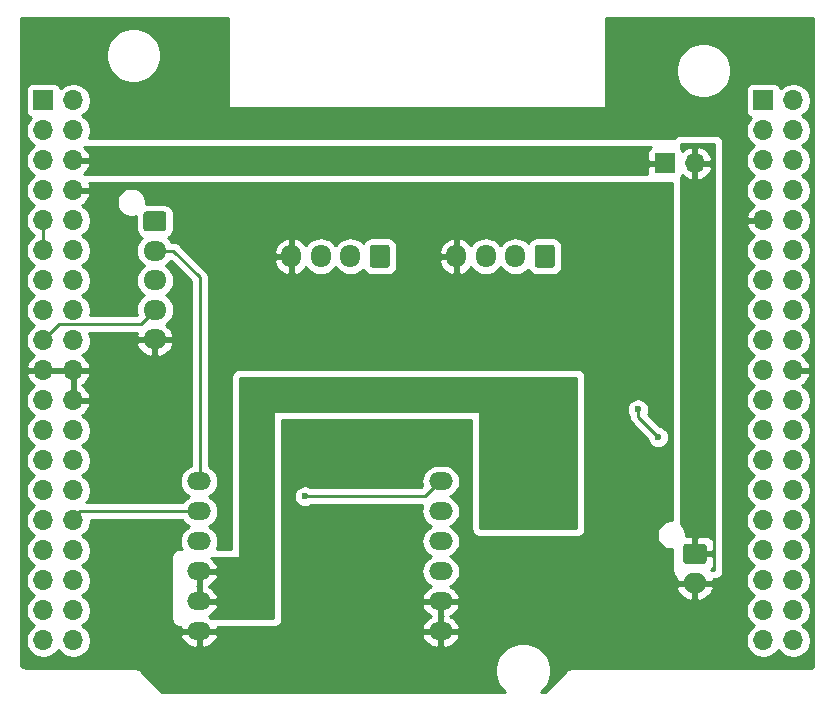
<source format=gbl>
G04 #@! TF.GenerationSoftware,KiCad,Pcbnew,(5.1.10)-1*
G04 #@! TF.CreationDate,2021-07-06T11:56:46+05:30*
G04 #@! TF.ProjectId,STM_Morpho,53544d5f-4d6f-4727-9068-6f2e6b696361,rev?*
G04 #@! TF.SameCoordinates,PX7bfa480PY7270e00*
G04 #@! TF.FileFunction,Copper,L2,Bot*
G04 #@! TF.FilePolarity,Positive*
%FSLAX46Y46*%
G04 Gerber Fmt 4.6, Leading zero omitted, Abs format (unit mm)*
G04 Created by KiCad (PCBNEW (5.1.10)-1) date 2021-07-06 11:56:46*
%MOMM*%
%LPD*%
G01*
G04 APERTURE LIST*
G04 #@! TA.AperFunction,ComponentPad*
%ADD10O,1.700000X1.950000*%
G04 #@! TD*
G04 #@! TA.AperFunction,ComponentPad*
%ADD11O,1.700000X1.700000*%
G04 #@! TD*
G04 #@! TA.AperFunction,ComponentPad*
%ADD12R,1.700000X1.700000*%
G04 #@! TD*
G04 #@! TA.AperFunction,ComponentPad*
%ADD13O,2.000000X1.500000*%
G04 #@! TD*
G04 #@! TA.AperFunction,ComponentPad*
%ADD14O,1.950000X1.700000*%
G04 #@! TD*
G04 #@! TA.AperFunction,ComponentPad*
%ADD15O,2.000000X1.700000*%
G04 #@! TD*
G04 #@! TA.AperFunction,ViaPad*
%ADD16C,0.600000*%
G04 #@! TD*
G04 #@! TA.AperFunction,Conductor*
%ADD17C,0.250000*%
G04 #@! TD*
G04 #@! TA.AperFunction,Conductor*
%ADD18C,0.254000*%
G04 #@! TD*
G04 #@! TA.AperFunction,Conductor*
%ADD19C,0.100000*%
G04 #@! TD*
G04 APERTURE END LIST*
D10*
G04 #@! TO.P,RS485A2,4*
G04 #@! TO.N,GND*
X24250000Y35560000D03*
G04 #@! TO.P,RS485A2,3*
G04 #@! TO.N,Net-(IC2-Pad6)*
X26750000Y35560000D03*
G04 #@! TO.P,RS485A2,2*
G04 #@! TO.N,Net-(IC2-Pad7)*
X29250000Y35560000D03*
G04 #@! TO.P,RS485A2,1*
G04 #@! TO.N,N/C*
G04 #@! TA.AperFunction,ComponentPad*
G36*
G01*
X32600000Y36285000D02*
X32600000Y34835000D01*
G75*
G02*
X32350000Y34585000I-250000J0D01*
G01*
X31150000Y34585000D01*
G75*
G02*
X30900000Y34835000I0J250000D01*
G01*
X30900000Y36285000D01*
G75*
G02*
X31150000Y36535000I250000J0D01*
G01*
X32350000Y36535000D01*
G75*
G02*
X32600000Y36285000I0J-250000D01*
G01*
G37*
G04 #@! TD.AperFunction*
G04 #@! TD*
D11*
G04 #@! TO.P,J3,2*
G04 #@! TO.N,V_IN*
X58420000Y43434000D03*
D12*
G04 #@! TO.P,J3,1*
G04 #@! TO.N,E5V*
X55880000Y43434000D03*
G04 #@! TD*
D13*
G04 #@! TO.P,J1,6*
G04 #@! TO.N,INT*
X36900000Y16510000D03*
G04 #@! TO.P,J1,7*
G04 #@! TO.N,SPI_MISO*
X16440000Y16510000D03*
G04 #@! TO.P,J1,5*
G04 #@! TO.N,SPI_CS*
X36900000Y13970000D03*
G04 #@! TO.P,J1,8*
G04 #@! TO.N,RST*
X16440000Y13970000D03*
G04 #@! TO.P,J1,4*
G04 #@! TO.N,SPI_SCLK*
X36900000Y11430000D03*
G04 #@! TO.P,J1,9*
G04 #@! TO.N,N/C*
X16440000Y11430000D03*
G04 #@! TO.P,J1,3*
G04 #@! TO.N,SPI_MOSI*
X36900000Y8890000D03*
G04 #@! TO.P,J1,10*
G04 #@! TO.N,+3V3*
X16440000Y8890000D03*
G04 #@! TO.P,J1,2*
G04 #@! TO.N,GND*
X36900000Y6350000D03*
G04 #@! TO.P,J1,11*
G04 #@! TO.N,+3V3*
X16440000Y6350000D03*
G04 #@! TO.P,J1,1*
G04 #@! TO.N,GND*
X36900000Y3810000D03*
G04 #@! TO.P,J1,12*
X16440000Y3810000D03*
G04 #@! TD*
D14*
G04 #@! TO.P,SPI1,5*
G04 #@! TO.N,GND*
X12700000Y28528000D03*
G04 #@! TO.P,SPI1,4*
G04 #@! TO.N,SPI_CS*
X12700000Y31028000D03*
G04 #@! TO.P,SPI1,3*
G04 #@! TO.N,SPI_SCLK*
X12700000Y33528000D03*
G04 #@! TO.P,SPI1,2*
G04 #@! TO.N,SPI_MISO*
X12700000Y36028000D03*
G04 #@! TO.P,SPI1,1*
G04 #@! TO.N,SPI_MOSI*
G04 #@! TA.AperFunction,ComponentPad*
G36*
G01*
X11975000Y39378000D02*
X13425000Y39378000D01*
G75*
G02*
X13675000Y39128000I0J-250000D01*
G01*
X13675000Y37928000D01*
G75*
G02*
X13425000Y37678000I-250000J0D01*
G01*
X11975000Y37678000D01*
G75*
G02*
X11725000Y37928000I0J250000D01*
G01*
X11725000Y39128000D01*
G75*
G02*
X11975000Y39378000I250000J0D01*
G01*
G37*
G04 #@! TD.AperFunction*
G04 #@! TD*
D15*
G04 #@! TO.P,J2,2*
G04 #@! TO.N,GND*
X58420000Y7874000D03*
G04 #@! TO.P,J2,1*
G04 #@! TO.N,V_IN*
G04 #@! TA.AperFunction,ComponentPad*
G36*
G01*
X57670000Y11224000D02*
X59170000Y11224000D01*
G75*
G02*
X59420000Y10974000I0J-250000D01*
G01*
X59420000Y9774000D01*
G75*
G02*
X59170000Y9524000I-250000J0D01*
G01*
X57670000Y9524000D01*
G75*
G02*
X57420000Y9774000I0J250000D01*
G01*
X57420000Y10974000D01*
G75*
G02*
X57670000Y11224000I250000J0D01*
G01*
G37*
G04 #@! TD.AperFunction*
G04 #@! TD*
D11*
G04 #@! TO.P,CN10,38*
G04 #@! TO.N,/NC*
X66750000Y3040000D03*
G04 #@! TO.P,CN10,37*
G04 #@! TO.N,N/C*
X64210000Y3040000D03*
G04 #@! TO.P,CN10,36*
G04 #@! TO.N,/NC*
X66750000Y5580000D03*
G04 #@! TO.P,CN10,35*
G04 #@! TO.N,N/C*
X64210000Y5580000D03*
G04 #@! TO.P,CN10,34*
X66750000Y8120000D03*
G04 #@! TO.P,CN10,33*
X64210000Y8120000D03*
G04 #@! TO.P,CN10,32*
X66750000Y10660000D03*
G04 #@! TO.P,CN10,31*
X64210000Y10660000D03*
G04 #@! TO.P,CN10,30*
X66750000Y13200000D03*
G04 #@! TO.P,CN10,29*
X64210000Y13200000D03*
G04 #@! TO.P,CN10,28*
G04 #@! TO.N,UART3_DE*
X66750000Y15740000D03*
G04 #@! TO.P,CN10,27*
G04 #@! TO.N,N/C*
X64210000Y15740000D03*
G04 #@! TO.P,CN10,26*
X66750000Y18280000D03*
G04 #@! TO.P,CN10,25*
G04 #@! TO.N,UART3_TX*
X64210000Y18280000D03*
G04 #@! TO.P,CN10,24*
G04 #@! TO.N,N/C*
X66750000Y20820000D03*
G04 #@! TO.P,CN10,23*
X64210000Y20820000D03*
G04 #@! TO.P,CN10,22*
X66750000Y23360000D03*
G04 #@! TO.P,CN10,21*
X64210000Y23360000D03*
G04 #@! TO.P,CN10,20*
G04 #@! TO.N,GND*
X66750000Y25900000D03*
G04 #@! TO.P,CN10,19*
G04 #@! TO.N,N/C*
X64210000Y25900000D03*
G04 #@! TO.P,CN10,18*
G04 #@! TO.N,UART3_RX*
X66750000Y28440000D03*
G04 #@! TO.P,CN10,17*
G04 #@! TO.N,UART1_TX*
X64210000Y28440000D03*
G04 #@! TO.P,CN10,16*
G04 #@! TO.N,N/C*
X66750000Y30980000D03*
G04 #@! TO.P,CN10,15*
X64210000Y30980000D03*
G04 #@! TO.P,CN10,14*
X66750000Y33520000D03*
G04 #@! TO.P,CN10,13*
X64210000Y33520000D03*
G04 #@! TO.P,CN10,12*
G04 #@! TO.N,UART1_DE*
X66750000Y36060000D03*
G04 #@! TO.P,CN10,11*
G04 #@! TO.N,N/C*
X64210000Y36060000D03*
G04 #@! TO.P,CN10,10*
G04 #@! TO.N,/NC*
X66750000Y38600000D03*
G04 #@! TO.P,CN10,9*
G04 #@! TO.N,GND*
X64210000Y38600000D03*
G04 #@! TO.P,CN10,8*
G04 #@! TO.N,N/C*
X66750000Y41140000D03*
G04 #@! TO.P,CN10,7*
X64210000Y41140000D03*
G04 #@! TO.P,CN10,6*
G04 #@! TO.N,UART1_RX*
X66750000Y43680000D03*
G04 #@! TO.P,CN10,5*
G04 #@! TO.N,N/C*
X64210000Y43680000D03*
G04 #@! TO.P,CN10,4*
X66750000Y46220000D03*
G04 #@! TO.P,CN10,3*
X64210000Y46220000D03*
G04 #@! TO.P,CN10,2*
X66750000Y48760000D03*
D12*
G04 #@! TO.P,CN10,1*
X64210000Y48760000D03*
G04 #@! TD*
D11*
G04 #@! TO.P,CN7,38*
G04 #@! TO.N,N/C*
X5790000Y3040000D03*
G04 #@! TO.P,CN7,37*
X3250000Y3040000D03*
G04 #@! TO.P,CN7,36*
X5790000Y5580000D03*
G04 #@! TO.P,CN7,35*
X3250000Y5580000D03*
G04 #@! TO.P,CN7,34*
X5790000Y8120000D03*
G04 #@! TO.P,CN7,33*
X3250000Y8120000D03*
G04 #@! TO.P,CN7,32*
X5790000Y10660000D03*
G04 #@! TO.P,CN7,31*
X3250000Y10660000D03*
G04 #@! TO.P,CN7,30*
G04 #@! TO.N,RST*
X5790000Y13200000D03*
G04 #@! TO.P,CN7,29*
G04 #@! TO.N,N/C*
X3250000Y13200000D03*
G04 #@! TO.P,CN7,28*
G04 #@! TO.N,INT*
X5790000Y15740000D03*
G04 #@! TO.P,CN7,27*
G04 #@! TO.N,N/C*
X3250000Y15740000D03*
G04 #@! TO.P,CN7,26*
G04 #@! TO.N,/NC*
X5790000Y18280000D03*
G04 #@! TO.P,CN7,25*
G04 #@! TO.N,N/C*
X3250000Y18280000D03*
G04 #@! TO.P,CN7,24*
X5790000Y20820000D03*
G04 #@! TO.P,CN7,23*
X3250000Y20820000D03*
G04 #@! TO.P,CN7,22*
G04 #@! TO.N,GND*
X5790000Y23360000D03*
G04 #@! TO.P,CN7,21*
G04 #@! TO.N,N/C*
X3250000Y23360000D03*
G04 #@! TO.P,CN7,20*
G04 #@! TO.N,GND*
X5790000Y25900000D03*
G04 #@! TO.P,CN7,19*
X3250000Y25900000D03*
G04 #@! TO.P,CN7,18*
G04 #@! TO.N,N/C*
X5790000Y28440000D03*
G04 #@! TO.P,CN7,17*
G04 #@! TO.N,SPI_CS*
X3250000Y28440000D03*
G04 #@! TO.P,CN7,16*
G04 #@! TO.N,N/C*
X5790000Y30980000D03*
G04 #@! TO.P,CN7,15*
X3250000Y30980000D03*
G04 #@! TO.P,CN7,14*
X5790000Y33520000D03*
G04 #@! TO.P,CN7,13*
X3250000Y33520000D03*
G04 #@! TO.P,CN7,12*
X5790000Y36060000D03*
G04 #@! TO.P,CN7,11*
G04 #@! TO.N,/NC*
X3250000Y36060000D03*
G04 #@! TO.P,CN7,10*
X5790000Y38600000D03*
G04 #@! TO.P,CN7,9*
X3250000Y38600000D03*
G04 #@! TO.P,CN7,8*
G04 #@! TO.N,GND*
X5790000Y41140000D03*
G04 #@! TO.P,CN7,7*
G04 #@! TO.N,N/C*
X3250000Y41140000D03*
G04 #@! TO.P,CN7,6*
G04 #@! TO.N,E5V*
X5790000Y43680000D03*
G04 #@! TO.P,CN7,5*
G04 #@! TO.N,N/C*
X3250000Y43680000D03*
G04 #@! TO.P,CN7,4*
X5790000Y46220000D03*
G04 #@! TO.P,CN7,3*
G04 #@! TO.N,SPI_MOSI*
X3250000Y46220000D03*
G04 #@! TO.P,CN7,2*
G04 #@! TO.N,SPI_MISO*
X5790000Y48760000D03*
D12*
G04 #@! TO.P,CN7,1*
G04 #@! TO.N,SPI_SCLK*
X3250000Y48760000D03*
G04 #@! TD*
G04 #@! TO.P,RS485A1,1*
G04 #@! TO.N,N/C*
G04 #@! TA.AperFunction,ComponentPad*
G36*
G01*
X46570000Y36285000D02*
X46570000Y34835000D01*
G75*
G02*
X46320000Y34585000I-250000J0D01*
G01*
X45120000Y34585000D01*
G75*
G02*
X44870000Y34835000I0J250000D01*
G01*
X44870000Y36285000D01*
G75*
G02*
X45120000Y36535000I250000J0D01*
G01*
X46320000Y36535000D01*
G75*
G02*
X46570000Y36285000I0J-250000D01*
G01*
G37*
G04 #@! TD.AperFunction*
D10*
G04 #@! TO.P,RS485A1,2*
G04 #@! TO.N,Net-(IC1-Pad7)*
X43220000Y35560000D03*
G04 #@! TO.P,RS485A1,3*
G04 #@! TO.N,Net-(IC1-Pad6)*
X40720000Y35560000D03*
G04 #@! TO.P,RS485A1,4*
G04 #@! TO.N,GND*
X38220000Y35560000D03*
G04 #@! TD*
D16*
G04 #@! TO.N,GND*
X53213000Y48387000D03*
X54483000Y48387000D03*
X55753000Y48387000D03*
X53213000Y29972000D03*
X54483000Y29972000D03*
X55753000Y29972000D03*
X20955000Y0D03*
X22225000Y0D03*
X23495000Y0D03*
X61595000Y22860000D03*
X61595000Y24130000D03*
X61595000Y25400000D03*
X9525000Y19050000D03*
X10795000Y19050000D03*
X12065000Y19050000D03*
X14605000Y48260000D03*
X15875000Y48260000D03*
X17145000Y48260000D03*
X52324000Y22606000D03*
G04 #@! TO.N,+3V3*
X37465000Y23495000D03*
X36195000Y22860000D03*
X34925000Y22860000D03*
X37465000Y24765000D03*
X23495000Y24765000D03*
X23495000Y23495000D03*
X22225000Y22860000D03*
X20955000Y22860000D03*
X44450000Y18415000D03*
X44450000Y17145000D03*
X44450000Y15875000D03*
X44450000Y14605000D03*
X44450000Y13335000D03*
G04 #@! TO.N,INT*
X25400000Y15240000D03*
G04 #@! TO.N,UART3_DE*
X55308500Y20256500D03*
X53594000Y22606000D03*
G04 #@! TD*
D17*
G04 #@! TO.N,/NC*
X3250000Y36060000D02*
X3250000Y38810000D01*
X3250000Y38810000D02*
X3302000Y38862000D01*
G04 #@! TO.N,RST*
X16440000Y13970000D02*
X6350000Y13970000D01*
X6350000Y13970000D02*
X5842000Y13462000D01*
G04 #@! TO.N,INT*
X25400000Y15240000D02*
X35560000Y15240000D01*
X35560000Y15240000D02*
X36830000Y16510000D01*
G04 #@! TO.N,SPI_CS*
X4614999Y29804999D02*
X11516999Y29804999D01*
X3250000Y28440000D02*
X4614999Y29804999D01*
X11516999Y29804999D02*
X12700000Y30988000D01*
G04 #@! TO.N,SPI_MISO*
X12700000Y36028000D02*
X14264000Y36028000D01*
X14264000Y36028000D02*
X16510000Y33782000D01*
X16510000Y33782000D02*
X16510000Y16764000D01*
G04 #@! TO.N,UART3_DE*
X53594000Y21971000D02*
X55308500Y20256500D01*
X53594000Y22606000D02*
X53594000Y21971000D01*
G04 #@! TD*
D18*
G04 #@! TO.N,GND*
X18923000Y48260000D02*
X18925440Y48235224D01*
X18932667Y48211399D01*
X18944403Y48189443D01*
X18960197Y48170197D01*
X18979443Y48154403D01*
X19001399Y48142667D01*
X19025224Y48135440D01*
X19050000Y48133000D01*
X50800000Y48133000D01*
X50824776Y48135440D01*
X50848601Y48142667D01*
X50870557Y48154403D01*
X50889803Y48170197D01*
X50905597Y48189443D01*
X50917333Y48211399D01*
X50924560Y48235224D01*
X50927000Y48260000D01*
X50927000Y51530340D01*
X56791316Y51530340D01*
X56791316Y51069660D01*
X56881190Y50617831D01*
X57057485Y50192218D01*
X57313425Y49809176D01*
X57639176Y49483425D01*
X58022218Y49227485D01*
X58447831Y49051190D01*
X58899660Y48961316D01*
X59360340Y48961316D01*
X59812169Y49051190D01*
X60237782Y49227485D01*
X60620824Y49483425D01*
X60747399Y49610000D01*
X62721928Y49610000D01*
X62721928Y47910000D01*
X62734188Y47785518D01*
X62770498Y47665820D01*
X62829463Y47555506D01*
X62908815Y47458815D01*
X63005506Y47379463D01*
X63115820Y47320498D01*
X63188380Y47298487D01*
X63056525Y47166632D01*
X62894010Y46923411D01*
X62782068Y46653158D01*
X62725000Y46366260D01*
X62725000Y46073740D01*
X62782068Y45786842D01*
X62894010Y45516589D01*
X63056525Y45273368D01*
X63263368Y45066525D01*
X63437760Y44950000D01*
X63263368Y44833475D01*
X63056525Y44626632D01*
X62894010Y44383411D01*
X62782068Y44113158D01*
X62725000Y43826260D01*
X62725000Y43533740D01*
X62782068Y43246842D01*
X62894010Y42976589D01*
X63056525Y42733368D01*
X63263368Y42526525D01*
X63437760Y42410000D01*
X63263368Y42293475D01*
X63056525Y42086632D01*
X62894010Y41843411D01*
X62782068Y41573158D01*
X62725000Y41286260D01*
X62725000Y40993740D01*
X62782068Y40706842D01*
X62894010Y40436589D01*
X63056525Y40193368D01*
X63263368Y39986525D01*
X63445534Y39864805D01*
X63328645Y39795178D01*
X63112412Y39600269D01*
X62938359Y39366920D01*
X62813175Y39104099D01*
X62768524Y38956890D01*
X62889845Y38727000D01*
X64083000Y38727000D01*
X64083000Y38747000D01*
X64337000Y38747000D01*
X64337000Y38727000D01*
X64357000Y38727000D01*
X64357000Y38473000D01*
X64337000Y38473000D01*
X64337000Y38453000D01*
X64083000Y38453000D01*
X64083000Y38473000D01*
X62889845Y38473000D01*
X62768524Y38243110D01*
X62813175Y38095901D01*
X62938359Y37833080D01*
X63112412Y37599731D01*
X63328645Y37404822D01*
X63445534Y37335195D01*
X63263368Y37213475D01*
X63056525Y37006632D01*
X62894010Y36763411D01*
X62782068Y36493158D01*
X62725000Y36206260D01*
X62725000Y35913740D01*
X62782068Y35626842D01*
X62894010Y35356589D01*
X63056525Y35113368D01*
X63263368Y34906525D01*
X63437760Y34790000D01*
X63263368Y34673475D01*
X63056525Y34466632D01*
X62894010Y34223411D01*
X62782068Y33953158D01*
X62725000Y33666260D01*
X62725000Y33373740D01*
X62782068Y33086842D01*
X62894010Y32816589D01*
X63056525Y32573368D01*
X63263368Y32366525D01*
X63437760Y32250000D01*
X63263368Y32133475D01*
X63056525Y31926632D01*
X62894010Y31683411D01*
X62782068Y31413158D01*
X62725000Y31126260D01*
X62725000Y30833740D01*
X62782068Y30546842D01*
X62894010Y30276589D01*
X63056525Y30033368D01*
X63263368Y29826525D01*
X63437760Y29710000D01*
X63263368Y29593475D01*
X63056525Y29386632D01*
X62894010Y29143411D01*
X62782068Y28873158D01*
X62725000Y28586260D01*
X62725000Y28293740D01*
X62782068Y28006842D01*
X62894010Y27736589D01*
X63056525Y27493368D01*
X63263368Y27286525D01*
X63437760Y27170000D01*
X63263368Y27053475D01*
X63056525Y26846632D01*
X62894010Y26603411D01*
X62782068Y26333158D01*
X62725000Y26046260D01*
X62725000Y25753740D01*
X62782068Y25466842D01*
X62894010Y25196589D01*
X63056525Y24953368D01*
X63263368Y24746525D01*
X63437760Y24630000D01*
X63263368Y24513475D01*
X63056525Y24306632D01*
X62894010Y24063411D01*
X62782068Y23793158D01*
X62725000Y23506260D01*
X62725000Y23213740D01*
X62782068Y22926842D01*
X62894010Y22656589D01*
X63056525Y22413368D01*
X63263368Y22206525D01*
X63437760Y22090000D01*
X63263368Y21973475D01*
X63056525Y21766632D01*
X62894010Y21523411D01*
X62782068Y21253158D01*
X62725000Y20966260D01*
X62725000Y20673740D01*
X62782068Y20386842D01*
X62894010Y20116589D01*
X63056525Y19873368D01*
X63263368Y19666525D01*
X63437760Y19550000D01*
X63263368Y19433475D01*
X63056525Y19226632D01*
X62894010Y18983411D01*
X62782068Y18713158D01*
X62725000Y18426260D01*
X62725000Y18133740D01*
X62782068Y17846842D01*
X62894010Y17576589D01*
X63056525Y17333368D01*
X63263368Y17126525D01*
X63437760Y17010000D01*
X63263368Y16893475D01*
X63056525Y16686632D01*
X62894010Y16443411D01*
X62782068Y16173158D01*
X62725000Y15886260D01*
X62725000Y15593740D01*
X62782068Y15306842D01*
X62894010Y15036589D01*
X63056525Y14793368D01*
X63263368Y14586525D01*
X63437760Y14470000D01*
X63263368Y14353475D01*
X63056525Y14146632D01*
X62894010Y13903411D01*
X62782068Y13633158D01*
X62725000Y13346260D01*
X62725000Y13053740D01*
X62782068Y12766842D01*
X62894010Y12496589D01*
X63056525Y12253368D01*
X63263368Y12046525D01*
X63437760Y11930000D01*
X63263368Y11813475D01*
X63056525Y11606632D01*
X62894010Y11363411D01*
X62782068Y11093158D01*
X62725000Y10806260D01*
X62725000Y10513740D01*
X62782068Y10226842D01*
X62894010Y9956589D01*
X63056525Y9713368D01*
X63263368Y9506525D01*
X63437760Y9390000D01*
X63263368Y9273475D01*
X63056525Y9066632D01*
X62894010Y8823411D01*
X62782068Y8553158D01*
X62725000Y8266260D01*
X62725000Y7973740D01*
X62782068Y7686842D01*
X62894010Y7416589D01*
X63056525Y7173368D01*
X63263368Y6966525D01*
X63437760Y6850000D01*
X63263368Y6733475D01*
X63056525Y6526632D01*
X62894010Y6283411D01*
X62782068Y6013158D01*
X62725000Y5726260D01*
X62725000Y5433740D01*
X62782068Y5146842D01*
X62894010Y4876589D01*
X63056525Y4633368D01*
X63263368Y4426525D01*
X63437760Y4310000D01*
X63263368Y4193475D01*
X63056525Y3986632D01*
X62894010Y3743411D01*
X62782068Y3473158D01*
X62725000Y3186260D01*
X62725000Y2893740D01*
X62782068Y2606842D01*
X62894010Y2336589D01*
X63056525Y2093368D01*
X63263368Y1886525D01*
X63506589Y1724010D01*
X63776842Y1612068D01*
X64063740Y1555000D01*
X64356260Y1555000D01*
X64643158Y1612068D01*
X64913411Y1724010D01*
X65156632Y1886525D01*
X65363475Y2093368D01*
X65480000Y2267760D01*
X65596525Y2093368D01*
X65803368Y1886525D01*
X66046589Y1724010D01*
X66316842Y1612068D01*
X66603740Y1555000D01*
X66896260Y1555000D01*
X67183158Y1612068D01*
X67453411Y1724010D01*
X67696632Y1886525D01*
X67903475Y2093368D01*
X68065990Y2336589D01*
X68177932Y2606842D01*
X68235000Y2893740D01*
X68235000Y3186260D01*
X68177932Y3473158D01*
X68065990Y3743411D01*
X67903475Y3986632D01*
X67696632Y4193475D01*
X67522240Y4310000D01*
X67696632Y4426525D01*
X67903475Y4633368D01*
X68065990Y4876589D01*
X68177932Y5146842D01*
X68235000Y5433740D01*
X68235000Y5726260D01*
X68177932Y6013158D01*
X68065990Y6283411D01*
X67903475Y6526632D01*
X67696632Y6733475D01*
X67522240Y6850000D01*
X67696632Y6966525D01*
X67903475Y7173368D01*
X68065990Y7416589D01*
X68177932Y7686842D01*
X68235000Y7973740D01*
X68235000Y8266260D01*
X68177932Y8553158D01*
X68065990Y8823411D01*
X67903475Y9066632D01*
X67696632Y9273475D01*
X67522240Y9390000D01*
X67696632Y9506525D01*
X67903475Y9713368D01*
X68065990Y9956589D01*
X68177932Y10226842D01*
X68235000Y10513740D01*
X68235000Y10806260D01*
X68177932Y11093158D01*
X68065990Y11363411D01*
X67903475Y11606632D01*
X67696632Y11813475D01*
X67522240Y11930000D01*
X67696632Y12046525D01*
X67903475Y12253368D01*
X68065990Y12496589D01*
X68177932Y12766842D01*
X68235000Y13053740D01*
X68235000Y13346260D01*
X68177932Y13633158D01*
X68065990Y13903411D01*
X67903475Y14146632D01*
X67696632Y14353475D01*
X67522240Y14470000D01*
X67696632Y14586525D01*
X67903475Y14793368D01*
X68065990Y15036589D01*
X68177932Y15306842D01*
X68235000Y15593740D01*
X68235000Y15886260D01*
X68177932Y16173158D01*
X68065990Y16443411D01*
X67903475Y16686632D01*
X67696632Y16893475D01*
X67522240Y17010000D01*
X67696632Y17126525D01*
X67903475Y17333368D01*
X68065990Y17576589D01*
X68177932Y17846842D01*
X68235000Y18133740D01*
X68235000Y18426260D01*
X68177932Y18713158D01*
X68065990Y18983411D01*
X67903475Y19226632D01*
X67696632Y19433475D01*
X67522240Y19550000D01*
X67696632Y19666525D01*
X67903475Y19873368D01*
X68065990Y20116589D01*
X68177932Y20386842D01*
X68235000Y20673740D01*
X68235000Y20966260D01*
X68177932Y21253158D01*
X68065990Y21523411D01*
X67903475Y21766632D01*
X67696632Y21973475D01*
X67522240Y22090000D01*
X67696632Y22206525D01*
X67903475Y22413368D01*
X68065990Y22656589D01*
X68177932Y22926842D01*
X68235000Y23213740D01*
X68235000Y23506260D01*
X68177932Y23793158D01*
X68065990Y24063411D01*
X67903475Y24306632D01*
X67696632Y24513475D01*
X67514466Y24635195D01*
X67631355Y24704822D01*
X67847588Y24899731D01*
X68021641Y25133080D01*
X68146825Y25395901D01*
X68191476Y25543110D01*
X68070155Y25773000D01*
X66877000Y25773000D01*
X66877000Y25753000D01*
X66623000Y25753000D01*
X66623000Y25773000D01*
X66603000Y25773000D01*
X66603000Y26027000D01*
X66623000Y26027000D01*
X66623000Y26047000D01*
X66877000Y26047000D01*
X66877000Y26027000D01*
X68070155Y26027000D01*
X68191476Y26256890D01*
X68146825Y26404099D01*
X68021641Y26666920D01*
X67847588Y26900269D01*
X67631355Y27095178D01*
X67514466Y27164805D01*
X67696632Y27286525D01*
X67903475Y27493368D01*
X68065990Y27736589D01*
X68177932Y28006842D01*
X68235000Y28293740D01*
X68235000Y28586260D01*
X68177932Y28873158D01*
X68065990Y29143411D01*
X67903475Y29386632D01*
X67696632Y29593475D01*
X67522240Y29710000D01*
X67696632Y29826525D01*
X67903475Y30033368D01*
X68065990Y30276589D01*
X68177932Y30546842D01*
X68235000Y30833740D01*
X68235000Y31126260D01*
X68177932Y31413158D01*
X68065990Y31683411D01*
X67903475Y31926632D01*
X67696632Y32133475D01*
X67522240Y32250000D01*
X67696632Y32366525D01*
X67903475Y32573368D01*
X68065990Y32816589D01*
X68177932Y33086842D01*
X68235000Y33373740D01*
X68235000Y33666260D01*
X68177932Y33953158D01*
X68065990Y34223411D01*
X67903475Y34466632D01*
X67696632Y34673475D01*
X67522240Y34790000D01*
X67696632Y34906525D01*
X67903475Y35113368D01*
X68065990Y35356589D01*
X68177932Y35626842D01*
X68235000Y35913740D01*
X68235000Y36206260D01*
X68177932Y36493158D01*
X68065990Y36763411D01*
X67903475Y37006632D01*
X67696632Y37213475D01*
X67522240Y37330000D01*
X67696632Y37446525D01*
X67903475Y37653368D01*
X68065990Y37896589D01*
X68177932Y38166842D01*
X68235000Y38453740D01*
X68235000Y38746260D01*
X68177932Y39033158D01*
X68065990Y39303411D01*
X67903475Y39546632D01*
X67696632Y39753475D01*
X67522240Y39870000D01*
X67696632Y39986525D01*
X67903475Y40193368D01*
X68065990Y40436589D01*
X68177932Y40706842D01*
X68235000Y40993740D01*
X68235000Y41286260D01*
X68177932Y41573158D01*
X68065990Y41843411D01*
X67903475Y42086632D01*
X67696632Y42293475D01*
X67522240Y42410000D01*
X67696632Y42526525D01*
X67903475Y42733368D01*
X68065990Y42976589D01*
X68177932Y43246842D01*
X68235000Y43533740D01*
X68235000Y43826260D01*
X68177932Y44113158D01*
X68065990Y44383411D01*
X67903475Y44626632D01*
X67696632Y44833475D01*
X67522240Y44950000D01*
X67696632Y45066525D01*
X67903475Y45273368D01*
X68065990Y45516589D01*
X68177932Y45786842D01*
X68235000Y46073740D01*
X68235000Y46366260D01*
X68177932Y46653158D01*
X68065990Y46923411D01*
X67903475Y47166632D01*
X67696632Y47373475D01*
X67522240Y47490000D01*
X67696632Y47606525D01*
X67903475Y47813368D01*
X68065990Y48056589D01*
X68177932Y48326842D01*
X68235000Y48613740D01*
X68235000Y48906260D01*
X68177932Y49193158D01*
X68065990Y49463411D01*
X67903475Y49706632D01*
X67696632Y49913475D01*
X67453411Y50075990D01*
X67183158Y50187932D01*
X66896260Y50245000D01*
X66603740Y50245000D01*
X66316842Y50187932D01*
X66046589Y50075990D01*
X65803368Y49913475D01*
X65671513Y49781620D01*
X65649502Y49854180D01*
X65590537Y49964494D01*
X65511185Y50061185D01*
X65414494Y50140537D01*
X65304180Y50199502D01*
X65184482Y50235812D01*
X65060000Y50248072D01*
X63360000Y50248072D01*
X63235518Y50235812D01*
X63115820Y50199502D01*
X63005506Y50140537D01*
X62908815Y50061185D01*
X62829463Y49964494D01*
X62770498Y49854180D01*
X62734188Y49734482D01*
X62721928Y49610000D01*
X60747399Y49610000D01*
X60946575Y49809176D01*
X61202515Y50192218D01*
X61378810Y50617831D01*
X61468684Y51069660D01*
X61468684Y51530340D01*
X61378810Y51982169D01*
X61202515Y52407782D01*
X60946575Y52790824D01*
X60620824Y53116575D01*
X60237782Y53372515D01*
X59812169Y53548810D01*
X59360340Y53638684D01*
X58899660Y53638684D01*
X58447831Y53548810D01*
X58022218Y53372515D01*
X57639176Y53116575D01*
X57313425Y52790824D01*
X57057485Y52407782D01*
X56881190Y51982169D01*
X56791316Y51530340D01*
X50927000Y51530340D01*
X50927000Y55753000D01*
X68453000Y55753000D01*
X68453000Y799828D01*
X68258701Y739683D01*
X67976291Y710000D01*
X48034874Y710000D01*
X47999999Y713435D01*
X47965124Y710000D01*
X47965123Y710000D01*
X47860816Y699727D01*
X47726980Y659128D01*
X47603637Y593200D01*
X47495525Y504475D01*
X47473292Y477384D01*
X45705909Y-1290000D01*
X45401473Y-1290000D01*
X45694305Y-997168D01*
X45951334Y-612496D01*
X46128379Y-185072D01*
X46218636Y268680D01*
X46218636Y731320D01*
X46128379Y1185072D01*
X45951334Y1612496D01*
X45694305Y1997168D01*
X45367168Y2324305D01*
X44982496Y2581334D01*
X44555072Y2758379D01*
X44101320Y2848636D01*
X43638680Y2848636D01*
X43184928Y2758379D01*
X42757504Y2581334D01*
X42372832Y2324305D01*
X42045695Y1997168D01*
X41788666Y1612496D01*
X41611621Y1185072D01*
X41521364Y731320D01*
X41521364Y268680D01*
X41611621Y-185072D01*
X41788666Y-612496D01*
X42045695Y-997168D01*
X42338527Y-1290000D01*
X13294092Y-1290000D01*
X11526712Y477379D01*
X11504475Y504475D01*
X11396363Y593200D01*
X11273020Y659128D01*
X11139184Y699727D01*
X11034877Y710000D01*
X11034875Y710000D01*
X11000000Y713435D01*
X10965125Y710000D01*
X2034721Y710000D01*
X1750101Y737907D01*
X1509718Y810483D01*
X1397000Y870416D01*
X1397000Y49610000D01*
X1761928Y49610000D01*
X1761928Y47910000D01*
X1774188Y47785518D01*
X1810498Y47665820D01*
X1869463Y47555506D01*
X1948815Y47458815D01*
X2045506Y47379463D01*
X2155820Y47320498D01*
X2228380Y47298487D01*
X2096525Y47166632D01*
X1934010Y46923411D01*
X1822068Y46653158D01*
X1765000Y46366260D01*
X1765000Y46073740D01*
X1822068Y45786842D01*
X1934010Y45516589D01*
X2096525Y45273368D01*
X2303368Y45066525D01*
X2477760Y44950000D01*
X2303368Y44833475D01*
X2096525Y44626632D01*
X1934010Y44383411D01*
X1822068Y44113158D01*
X1765000Y43826260D01*
X1765000Y43533740D01*
X1822068Y43246842D01*
X1934010Y42976589D01*
X2096525Y42733368D01*
X2303368Y42526525D01*
X2477760Y42410000D01*
X2303368Y42293475D01*
X2096525Y42086632D01*
X1934010Y41843411D01*
X1822068Y41573158D01*
X1765000Y41286260D01*
X1765000Y40993740D01*
X1822068Y40706842D01*
X1934010Y40436589D01*
X2096525Y40193368D01*
X2303368Y39986525D01*
X2477760Y39870000D01*
X2303368Y39753475D01*
X2096525Y39546632D01*
X1934010Y39303411D01*
X1822068Y39033158D01*
X1765000Y38746260D01*
X1765000Y38453740D01*
X1822068Y38166842D01*
X1934010Y37896589D01*
X2096525Y37653368D01*
X2303368Y37446525D01*
X2477760Y37330000D01*
X2303368Y37213475D01*
X2096525Y37006632D01*
X1934010Y36763411D01*
X1822068Y36493158D01*
X1765000Y36206260D01*
X1765000Y35913740D01*
X1822068Y35626842D01*
X1934010Y35356589D01*
X2096525Y35113368D01*
X2303368Y34906525D01*
X2477760Y34790000D01*
X2303368Y34673475D01*
X2096525Y34466632D01*
X1934010Y34223411D01*
X1822068Y33953158D01*
X1765000Y33666260D01*
X1765000Y33373740D01*
X1822068Y33086842D01*
X1934010Y32816589D01*
X2096525Y32573368D01*
X2303368Y32366525D01*
X2477760Y32250000D01*
X2303368Y32133475D01*
X2096525Y31926632D01*
X1934010Y31683411D01*
X1822068Y31413158D01*
X1765000Y31126260D01*
X1765000Y30833740D01*
X1822068Y30546842D01*
X1934010Y30276589D01*
X2096525Y30033368D01*
X2303368Y29826525D01*
X2477760Y29710000D01*
X2303368Y29593475D01*
X2096525Y29386632D01*
X1934010Y29143411D01*
X1822068Y28873158D01*
X1765000Y28586260D01*
X1765000Y28293740D01*
X1822068Y28006842D01*
X1934010Y27736589D01*
X2096525Y27493368D01*
X2303368Y27286525D01*
X2485534Y27164805D01*
X2368645Y27095178D01*
X2152412Y26900269D01*
X1978359Y26666920D01*
X1853175Y26404099D01*
X1808524Y26256890D01*
X1929845Y26027000D01*
X3123000Y26027000D01*
X3123000Y26047000D01*
X3377000Y26047000D01*
X3377000Y26027000D01*
X5663000Y26027000D01*
X5663000Y26047000D01*
X5917000Y26047000D01*
X5917000Y26027000D01*
X7110155Y26027000D01*
X7231476Y26256890D01*
X7186825Y26404099D01*
X7061641Y26666920D01*
X6887588Y26900269D01*
X6671355Y27095178D01*
X6554466Y27164805D01*
X6736632Y27286525D01*
X6943475Y27493368D01*
X7105990Y27736589D01*
X7217932Y28006842D01*
X7250607Y28171110D01*
X11133524Y28171110D01*
X11225648Y27908142D01*
X11372504Y27656807D01*
X11565571Y27438951D01*
X11797430Y27262947D01*
X12059170Y27135558D01*
X12340733Y27061680D01*
X12573000Y27201835D01*
X12573000Y28401000D01*
X12827000Y28401000D01*
X12827000Y27201835D01*
X13059267Y27061680D01*
X13340830Y27135558D01*
X13602570Y27262947D01*
X13834429Y27438951D01*
X14027496Y27656807D01*
X14174352Y27908142D01*
X14266476Y28171110D01*
X14145155Y28401000D01*
X12827000Y28401000D01*
X12573000Y28401000D01*
X11254845Y28401000D01*
X11133524Y28171110D01*
X7250607Y28171110D01*
X7275000Y28293740D01*
X7275000Y28586260D01*
X7217932Y28873158D01*
X7146753Y29044999D01*
X11189614Y29044999D01*
X11133524Y28884890D01*
X11254845Y28655000D01*
X12573000Y28655000D01*
X12573000Y28675000D01*
X12827000Y28675000D01*
X12827000Y28655000D01*
X14145155Y28655000D01*
X14266476Y28884890D01*
X14174352Y29147858D01*
X14027496Y29399193D01*
X13834429Y29617049D01*
X13628278Y29773538D01*
X13654014Y29787294D01*
X13880134Y29972866D01*
X14065706Y30198986D01*
X14203599Y30456966D01*
X14288513Y30736889D01*
X14317185Y31028000D01*
X14288513Y31319111D01*
X14203599Y31599034D01*
X14065706Y31857014D01*
X13880134Y32083134D01*
X13654014Y32268706D01*
X13636626Y32278000D01*
X13654014Y32287294D01*
X13880134Y32472866D01*
X14065706Y32698986D01*
X14203599Y32956966D01*
X14288513Y33236889D01*
X14317185Y33528000D01*
X14288513Y33819111D01*
X14203599Y34099034D01*
X14065706Y34357014D01*
X13880134Y34583134D01*
X13654014Y34768706D01*
X13636626Y34778000D01*
X13654014Y34787294D01*
X13880134Y34972866D01*
X14044298Y35172901D01*
X15750000Y33467198D01*
X15750001Y17823848D01*
X15657419Y17795764D01*
X15416812Y17667157D01*
X15205919Y17494081D01*
X15032843Y17283188D01*
X14904236Y17042581D01*
X14825040Y16781507D01*
X14798299Y16510000D01*
X14825040Y16238493D01*
X14904236Y15977419D01*
X15032843Y15736812D01*
X15205919Y15525919D01*
X15416812Y15352843D01*
X15627927Y15240000D01*
X15416812Y15127157D01*
X15205919Y14954081D01*
X15032843Y14743188D01*
X15025794Y14730000D01*
X6880107Y14730000D01*
X6943475Y14793368D01*
X7105990Y15036589D01*
X7217932Y15306842D01*
X7275000Y15593740D01*
X7275000Y15886260D01*
X7217932Y16173158D01*
X7105990Y16443411D01*
X6943475Y16686632D01*
X6736632Y16893475D01*
X6562240Y17010000D01*
X6736632Y17126525D01*
X6943475Y17333368D01*
X7105990Y17576589D01*
X7217932Y17846842D01*
X7275000Y18133740D01*
X7275000Y18426260D01*
X7217932Y18713158D01*
X7105990Y18983411D01*
X6943475Y19226632D01*
X6736632Y19433475D01*
X6562240Y19550000D01*
X6736632Y19666525D01*
X6943475Y19873368D01*
X7105990Y20116589D01*
X7217932Y20386842D01*
X7275000Y20673740D01*
X7275000Y20966260D01*
X7217932Y21253158D01*
X7105990Y21523411D01*
X6943475Y21766632D01*
X6736632Y21973475D01*
X6554466Y22095195D01*
X6671355Y22164822D01*
X6887588Y22359731D01*
X7061641Y22593080D01*
X7186825Y22855901D01*
X7231476Y23003110D01*
X7110155Y23233000D01*
X5917000Y23233000D01*
X5917000Y23213000D01*
X5663000Y23213000D01*
X5663000Y23233000D01*
X5643000Y23233000D01*
X5643000Y23487000D01*
X5663000Y23487000D01*
X5663000Y25773000D01*
X5917000Y25773000D01*
X5917000Y23487000D01*
X7110155Y23487000D01*
X7231476Y23716890D01*
X7186825Y23864099D01*
X7061641Y24126920D01*
X6887588Y24360269D01*
X6671355Y24555178D01*
X6545745Y24630000D01*
X6671355Y24704822D01*
X6887588Y24899731D01*
X7061641Y25133080D01*
X7186825Y25395901D01*
X7231476Y25543110D01*
X7110155Y25773000D01*
X5917000Y25773000D01*
X5663000Y25773000D01*
X3377000Y25773000D01*
X3377000Y25753000D01*
X3123000Y25753000D01*
X3123000Y25773000D01*
X1929845Y25773000D01*
X1808524Y25543110D01*
X1853175Y25395901D01*
X1978359Y25133080D01*
X2152412Y24899731D01*
X2368645Y24704822D01*
X2485534Y24635195D01*
X2303368Y24513475D01*
X2096525Y24306632D01*
X1934010Y24063411D01*
X1822068Y23793158D01*
X1765000Y23506260D01*
X1765000Y23213740D01*
X1822068Y22926842D01*
X1934010Y22656589D01*
X2096525Y22413368D01*
X2303368Y22206525D01*
X2477760Y22090000D01*
X2303368Y21973475D01*
X2096525Y21766632D01*
X1934010Y21523411D01*
X1822068Y21253158D01*
X1765000Y20966260D01*
X1765000Y20673740D01*
X1822068Y20386842D01*
X1934010Y20116589D01*
X2096525Y19873368D01*
X2303368Y19666525D01*
X2477760Y19550000D01*
X2303368Y19433475D01*
X2096525Y19226632D01*
X1934010Y18983411D01*
X1822068Y18713158D01*
X1765000Y18426260D01*
X1765000Y18133740D01*
X1822068Y17846842D01*
X1934010Y17576589D01*
X2096525Y17333368D01*
X2303368Y17126525D01*
X2477760Y17010000D01*
X2303368Y16893475D01*
X2096525Y16686632D01*
X1934010Y16443411D01*
X1822068Y16173158D01*
X1765000Y15886260D01*
X1765000Y15593740D01*
X1822068Y15306842D01*
X1934010Y15036589D01*
X2096525Y14793368D01*
X2303368Y14586525D01*
X2477760Y14470000D01*
X2303368Y14353475D01*
X2096525Y14146632D01*
X1934010Y13903411D01*
X1822068Y13633158D01*
X1765000Y13346260D01*
X1765000Y13053740D01*
X1822068Y12766842D01*
X1934010Y12496589D01*
X2096525Y12253368D01*
X2303368Y12046525D01*
X2477760Y11930000D01*
X2303368Y11813475D01*
X2096525Y11606632D01*
X1934010Y11363411D01*
X1822068Y11093158D01*
X1765000Y10806260D01*
X1765000Y10513740D01*
X1822068Y10226842D01*
X1934010Y9956589D01*
X2096525Y9713368D01*
X2303368Y9506525D01*
X2477760Y9390000D01*
X2303368Y9273475D01*
X2096525Y9066632D01*
X1934010Y8823411D01*
X1822068Y8553158D01*
X1765000Y8266260D01*
X1765000Y7973740D01*
X1822068Y7686842D01*
X1934010Y7416589D01*
X2096525Y7173368D01*
X2303368Y6966525D01*
X2477760Y6850000D01*
X2303368Y6733475D01*
X2096525Y6526632D01*
X1934010Y6283411D01*
X1822068Y6013158D01*
X1765000Y5726260D01*
X1765000Y5433740D01*
X1822068Y5146842D01*
X1934010Y4876589D01*
X2096525Y4633368D01*
X2303368Y4426525D01*
X2477760Y4310000D01*
X2303368Y4193475D01*
X2096525Y3986632D01*
X1934010Y3743411D01*
X1822068Y3473158D01*
X1765000Y3186260D01*
X1765000Y2893740D01*
X1822068Y2606842D01*
X1934010Y2336589D01*
X2096525Y2093368D01*
X2303368Y1886525D01*
X2546589Y1724010D01*
X2816842Y1612068D01*
X3103740Y1555000D01*
X3396260Y1555000D01*
X3683158Y1612068D01*
X3953411Y1724010D01*
X4196632Y1886525D01*
X4403475Y2093368D01*
X4520000Y2267760D01*
X4636525Y2093368D01*
X4843368Y1886525D01*
X5086589Y1724010D01*
X5356842Y1612068D01*
X5643740Y1555000D01*
X5936260Y1555000D01*
X6223158Y1612068D01*
X6493411Y1724010D01*
X6736632Y1886525D01*
X6943475Y2093368D01*
X7105990Y2336589D01*
X7217932Y2606842D01*
X7275000Y2893740D01*
X7275000Y3186260D01*
X7218796Y3468815D01*
X14847682Y3468815D01*
X14866513Y3365764D01*
X14978610Y3116100D01*
X15137260Y2893103D01*
X15336366Y2705342D01*
X15568276Y2560032D01*
X15824079Y2462757D01*
X16093944Y2417256D01*
X16313000Y2578127D01*
X16313000Y3683000D01*
X16567000Y3683000D01*
X16567000Y2578127D01*
X16786056Y2417256D01*
X17055921Y2462757D01*
X17311724Y2560032D01*
X17543634Y2705342D01*
X17742740Y2893103D01*
X17901390Y3116100D01*
X18013487Y3365764D01*
X18032318Y3468815D01*
X35307682Y3468815D01*
X35326513Y3365764D01*
X35438610Y3116100D01*
X35597260Y2893103D01*
X35796366Y2705342D01*
X36028276Y2560032D01*
X36284079Y2462757D01*
X36553944Y2417256D01*
X36773000Y2578127D01*
X36773000Y3683000D01*
X37027000Y3683000D01*
X37027000Y2578127D01*
X37246056Y2417256D01*
X37515921Y2462757D01*
X37771724Y2560032D01*
X38003634Y2705342D01*
X38202740Y2893103D01*
X38361390Y3116100D01*
X38473487Y3365764D01*
X38492318Y3468815D01*
X38369656Y3683000D01*
X37027000Y3683000D01*
X36773000Y3683000D01*
X35430344Y3683000D01*
X35307682Y3468815D01*
X18032318Y3468815D01*
X17909656Y3683000D01*
X16567000Y3683000D01*
X16313000Y3683000D01*
X14970344Y3683000D01*
X14847682Y3468815D01*
X7218796Y3468815D01*
X7217932Y3473158D01*
X7105990Y3743411D01*
X6943475Y3986632D01*
X6736632Y4193475D01*
X6562240Y4310000D01*
X6736632Y4426525D01*
X6943475Y4633368D01*
X7105990Y4876589D01*
X7217932Y5146842D01*
X7275000Y5433740D01*
X7275000Y5726260D01*
X7217932Y6013158D01*
X7105990Y6283411D01*
X6943475Y6526632D01*
X6736632Y6733475D01*
X6562240Y6850000D01*
X6736632Y6966525D01*
X6943475Y7173368D01*
X7105990Y7416589D01*
X7217932Y7686842D01*
X7275000Y7973740D01*
X7275000Y8266260D01*
X7217932Y8553158D01*
X7105990Y8823411D01*
X6943475Y9066632D01*
X6736632Y9273475D01*
X6562240Y9390000D01*
X6736632Y9506525D01*
X6943475Y9713368D01*
X7105990Y9956589D01*
X7217932Y10226842D01*
X7275000Y10513740D01*
X7275000Y10806260D01*
X7217932Y11093158D01*
X7105990Y11363411D01*
X6943475Y11606632D01*
X6736632Y11813475D01*
X6562240Y11930000D01*
X6736632Y12046525D01*
X6943475Y12253368D01*
X7105990Y12496589D01*
X7217932Y12766842D01*
X7275000Y13053740D01*
X7275000Y13210000D01*
X15025794Y13210000D01*
X15032843Y13196812D01*
X15205919Y12985919D01*
X15416812Y12812843D01*
X15627927Y12700000D01*
X15416812Y12587157D01*
X15205919Y12414081D01*
X15032843Y12203188D01*
X14904236Y11962581D01*
X14825040Y11701507D01*
X14798299Y11430000D01*
X14825040Y11158493D01*
X14904236Y10897419D01*
X14958980Y10795000D01*
X14732000Y10795000D01*
X14608118Y10782799D01*
X14488996Y10746664D01*
X14379213Y10687983D01*
X14282987Y10609013D01*
X14204017Y10512787D01*
X14145336Y10403004D01*
X14109201Y10283882D01*
X14097000Y10160000D01*
X14097000Y4826000D01*
X14109201Y4702118D01*
X14145336Y4582996D01*
X14204017Y4473213D01*
X14282987Y4376987D01*
X14379213Y4298017D01*
X14488996Y4239336D01*
X14608118Y4203201D01*
X14732000Y4191000D01*
X14854958Y4191000D01*
X14847682Y4151185D01*
X14970344Y3937000D01*
X16313000Y3937000D01*
X16313000Y3957000D01*
X16567000Y3957000D01*
X16567000Y3937000D01*
X17909656Y3937000D01*
X18032318Y4151185D01*
X18025042Y4191000D01*
X22860000Y4191000D01*
X22983882Y4203201D01*
X23103004Y4239336D01*
X23212787Y4298017D01*
X23309013Y4376987D01*
X23387983Y4473213D01*
X23446664Y4582996D01*
X23482799Y4702118D01*
X23495000Y4826000D01*
X23495000Y6008815D01*
X35307682Y6008815D01*
X35326513Y5905764D01*
X35438610Y5656100D01*
X35597260Y5433103D01*
X35796366Y5245342D01*
X36028276Y5100032D01*
X36080954Y5080000D01*
X36028276Y5059968D01*
X35796366Y4914658D01*
X35597260Y4726897D01*
X35438610Y4503900D01*
X35326513Y4254236D01*
X35307682Y4151185D01*
X35430344Y3937000D01*
X36773000Y3937000D01*
X36773000Y5041873D01*
X36721083Y5080000D01*
X36773000Y5118127D01*
X36773000Y6223000D01*
X37027000Y6223000D01*
X37027000Y5118127D01*
X37078917Y5080000D01*
X37027000Y5041873D01*
X37027000Y3937000D01*
X38369656Y3937000D01*
X38492318Y4151185D01*
X38473487Y4254236D01*
X38361390Y4503900D01*
X38202740Y4726897D01*
X38003634Y4914658D01*
X37771724Y5059968D01*
X37719046Y5080000D01*
X37771724Y5100032D01*
X38003634Y5245342D01*
X38202740Y5433103D01*
X38361390Y5656100D01*
X38473487Y5905764D01*
X38492318Y6008815D01*
X38369656Y6223000D01*
X37027000Y6223000D01*
X36773000Y6223000D01*
X35430344Y6223000D01*
X35307682Y6008815D01*
X23495000Y6008815D01*
X23495000Y15332089D01*
X24465000Y15332089D01*
X24465000Y15147911D01*
X24500932Y14967271D01*
X24571414Y14797111D01*
X24673738Y14643972D01*
X24803972Y14513738D01*
X24957111Y14411414D01*
X25127271Y14340932D01*
X25307911Y14305000D01*
X25492089Y14305000D01*
X25672729Y14340932D01*
X25842889Y14411414D01*
X25945535Y14480000D01*
X35357386Y14480000D01*
X35285040Y14241507D01*
X35258299Y13970000D01*
X35285040Y13698493D01*
X35364236Y13437419D01*
X35492843Y13196812D01*
X35665919Y12985919D01*
X35876812Y12812843D01*
X36087927Y12700000D01*
X35876812Y12587157D01*
X35665919Y12414081D01*
X35492843Y12203188D01*
X35364236Y11962581D01*
X35285040Y11701507D01*
X35258299Y11430000D01*
X35285040Y11158493D01*
X35364236Y10897419D01*
X35492843Y10656812D01*
X35665919Y10445919D01*
X35876812Y10272843D01*
X36087927Y10160000D01*
X35876812Y10047157D01*
X35665919Y9874081D01*
X35492843Y9663188D01*
X35364236Y9422581D01*
X35285040Y9161507D01*
X35258299Y8890000D01*
X35285040Y8618493D01*
X35364236Y8357419D01*
X35492843Y8116812D01*
X35665919Y7905919D01*
X35876812Y7732843D01*
X36085028Y7621549D01*
X36028276Y7599968D01*
X35796366Y7454658D01*
X35597260Y7266897D01*
X35438610Y7043900D01*
X35326513Y6794236D01*
X35307682Y6691185D01*
X35430344Y6477000D01*
X36773000Y6477000D01*
X36773000Y6497000D01*
X37027000Y6497000D01*
X37027000Y6477000D01*
X38369656Y6477000D01*
X38492318Y6691185D01*
X38473487Y6794236D01*
X38361390Y7043900D01*
X38202740Y7266897D01*
X38003634Y7454658D01*
X37903963Y7517110D01*
X56828524Y7517110D01*
X56830446Y7504739D01*
X56930146Y7230991D01*
X57081336Y6981954D01*
X57278205Y6767198D01*
X57513188Y6594975D01*
X57777255Y6471904D01*
X58060258Y6402715D01*
X58293000Y6546768D01*
X58293000Y7747000D01*
X58547000Y7747000D01*
X58547000Y6546768D01*
X58779742Y6402715D01*
X59062745Y6471904D01*
X59326812Y6594975D01*
X59561795Y6767198D01*
X59758664Y6981954D01*
X59909854Y7230991D01*
X60009554Y7504739D01*
X60011476Y7517110D01*
X59890155Y7747000D01*
X58547000Y7747000D01*
X58293000Y7747000D01*
X56949845Y7747000D01*
X56828524Y7517110D01*
X37903963Y7517110D01*
X37771724Y7599968D01*
X37714972Y7621549D01*
X37923188Y7732843D01*
X38134081Y7905919D01*
X38307157Y8116812D01*
X38435764Y8357419D01*
X38514960Y8618493D01*
X38541701Y8890000D01*
X38514960Y9161507D01*
X38435764Y9422581D01*
X38307157Y9663188D01*
X38134081Y9874081D01*
X37923188Y10047157D01*
X37712073Y10160000D01*
X37923188Y10272843D01*
X38134081Y10445919D01*
X38307157Y10656812D01*
X38435764Y10897419D01*
X38514960Y11158493D01*
X38541701Y11430000D01*
X38514960Y11701507D01*
X38435764Y11962581D01*
X38307157Y12203188D01*
X38134081Y12414081D01*
X37923188Y12587157D01*
X37712073Y12700000D01*
X37923188Y12812843D01*
X38134081Y12985919D01*
X38307157Y13196812D01*
X38435764Y13437419D01*
X38514960Y13698493D01*
X38541701Y13970000D01*
X38514960Y14241507D01*
X38435764Y14502581D01*
X38307157Y14743188D01*
X38134081Y14954081D01*
X37923188Y15127157D01*
X37712073Y15240000D01*
X37923188Y15352843D01*
X38134081Y15525919D01*
X38307157Y15736812D01*
X38435764Y15977419D01*
X38514960Y16238493D01*
X38541701Y16510000D01*
X38514960Y16781507D01*
X38435764Y17042581D01*
X38307157Y17283188D01*
X38134081Y17494081D01*
X37923188Y17667157D01*
X37682581Y17795764D01*
X37421507Y17874960D01*
X37218037Y17895000D01*
X36581963Y17895000D01*
X36378493Y17874960D01*
X36117419Y17795764D01*
X35876812Y17667157D01*
X35665919Y17494081D01*
X35492843Y17283188D01*
X35364236Y17042581D01*
X35285040Y16781507D01*
X35258299Y16510000D01*
X35285040Y16238493D01*
X35331275Y16086076D01*
X35245199Y16000000D01*
X25945535Y16000000D01*
X25842889Y16068586D01*
X25672729Y16139068D01*
X25492089Y16175000D01*
X25307911Y16175000D01*
X25127271Y16139068D01*
X24957111Y16068586D01*
X24803972Y15966262D01*
X24673738Y15836028D01*
X24571414Y15682889D01*
X24500932Y15512729D01*
X24465000Y15332089D01*
X23495000Y15332089D01*
X23495000Y21717000D01*
X39497000Y21717000D01*
X39497000Y12446000D01*
X39509201Y12322118D01*
X39545336Y12202996D01*
X39604017Y12093213D01*
X39682987Y11996987D01*
X39779213Y11918017D01*
X39888996Y11859336D01*
X40008118Y11823201D01*
X40132000Y11811000D01*
X48514000Y11811000D01*
X48637882Y11823201D01*
X48757004Y11859336D01*
X48866787Y11918017D01*
X48963013Y11996987D01*
X49041983Y12093213D01*
X49100664Y12202996D01*
X49136799Y12322118D01*
X49149000Y12446000D01*
X49149000Y22698089D01*
X52659000Y22698089D01*
X52659000Y22513911D01*
X52694932Y22333271D01*
X52765414Y22163111D01*
X52834000Y22060465D01*
X52834000Y22008322D01*
X52830324Y21971000D01*
X52834000Y21933678D01*
X52834000Y21933667D01*
X52844997Y21822014D01*
X52888454Y21678753D01*
X52913037Y21632764D01*
X52959026Y21546724D01*
X52978159Y21523411D01*
X53054000Y21430999D01*
X53082998Y21407201D01*
X54385347Y20104851D01*
X54409432Y19983771D01*
X54479914Y19813611D01*
X54582238Y19660472D01*
X54712472Y19530238D01*
X54865611Y19427914D01*
X55035771Y19357432D01*
X55216411Y19321500D01*
X55400589Y19321500D01*
X55581229Y19357432D01*
X55751389Y19427914D01*
X55904528Y19530238D01*
X56034762Y19660472D01*
X56137086Y19813611D01*
X56207568Y19983771D01*
X56243500Y20164411D01*
X56243500Y20348589D01*
X56207568Y20529229D01*
X56137086Y20699389D01*
X56034762Y20852528D01*
X55904528Y20982762D01*
X55751389Y21085086D01*
X55581229Y21155568D01*
X55460149Y21179653D01*
X54438433Y22201369D01*
X54493068Y22333271D01*
X54529000Y22513911D01*
X54529000Y22698089D01*
X54493068Y22878729D01*
X54422586Y23048889D01*
X54320262Y23202028D01*
X54190028Y23332262D01*
X54036889Y23434586D01*
X53866729Y23505068D01*
X53686089Y23541000D01*
X53501911Y23541000D01*
X53321271Y23505068D01*
X53151111Y23434586D01*
X52997972Y23332262D01*
X52867738Y23202028D01*
X52765414Y23048889D01*
X52694932Y22878729D01*
X52659000Y22698089D01*
X49149000Y22698089D01*
X49149000Y25400000D01*
X49136799Y25523882D01*
X49100664Y25643004D01*
X49041983Y25752787D01*
X48963013Y25849013D01*
X48866787Y25927983D01*
X48757004Y25986664D01*
X48637882Y26022799D01*
X48514000Y26035000D01*
X19812000Y26035000D01*
X19688118Y26022799D01*
X19568996Y25986664D01*
X19459213Y25927983D01*
X19362987Y25849013D01*
X19284017Y25752787D01*
X19225336Y25643004D01*
X19189201Y25523882D01*
X19177000Y25400000D01*
X19177000Y10795000D01*
X17921020Y10795000D01*
X17975764Y10897419D01*
X18054960Y11158493D01*
X18081701Y11430000D01*
X18054960Y11701507D01*
X17975764Y11962581D01*
X17847157Y12203188D01*
X17674081Y12414081D01*
X17463188Y12587157D01*
X17252073Y12700000D01*
X17463188Y12812843D01*
X17674081Y12985919D01*
X17847157Y13196812D01*
X17975764Y13437419D01*
X18054960Y13698493D01*
X18081701Y13970000D01*
X18054960Y14241507D01*
X17975764Y14502581D01*
X17847157Y14743188D01*
X17674081Y14954081D01*
X17463188Y15127157D01*
X17252073Y15240000D01*
X17463188Y15352843D01*
X17674081Y15525919D01*
X17847157Y15736812D01*
X17975764Y15977419D01*
X18054960Y16238493D01*
X18081701Y16510000D01*
X18054960Y16781507D01*
X17975764Y17042581D01*
X17847157Y17283188D01*
X17674081Y17494081D01*
X17463188Y17667157D01*
X17270000Y17770418D01*
X17270000Y33744675D01*
X17273676Y33782000D01*
X17270000Y33819325D01*
X17270000Y33819333D01*
X17259003Y33930986D01*
X17215546Y34074247D01*
X17144974Y34206276D01*
X17050001Y34322001D01*
X17021004Y34345798D01*
X16166069Y35200733D01*
X22783680Y35200733D01*
X22857558Y34919170D01*
X22984947Y34657430D01*
X23160951Y34425571D01*
X23378807Y34232504D01*
X23630142Y34085648D01*
X23893110Y33993524D01*
X24123000Y34114845D01*
X24123000Y35433000D01*
X22923835Y35433000D01*
X22783680Y35200733D01*
X16166069Y35200733D01*
X15447535Y35919267D01*
X22783680Y35919267D01*
X22923835Y35687000D01*
X24123000Y35687000D01*
X24123000Y37005155D01*
X24377000Y37005155D01*
X24377000Y35687000D01*
X24397000Y35687000D01*
X24397000Y35433000D01*
X24377000Y35433000D01*
X24377000Y34114845D01*
X24606890Y33993524D01*
X24869858Y34085648D01*
X25121193Y34232504D01*
X25339049Y34425571D01*
X25495538Y34631722D01*
X25509294Y34605987D01*
X25694866Y34379866D01*
X25920986Y34194294D01*
X26178966Y34056401D01*
X26458889Y33971487D01*
X26750000Y33942815D01*
X27041110Y33971487D01*
X27321033Y34056401D01*
X27579013Y34194294D01*
X27805134Y34379866D01*
X27990706Y34605986D01*
X28000000Y34623374D01*
X28009294Y34605987D01*
X28194866Y34379866D01*
X28420986Y34194294D01*
X28678966Y34056401D01*
X28958889Y33971487D01*
X29250000Y33942815D01*
X29541110Y33971487D01*
X29821033Y34056401D01*
X30079013Y34194294D01*
X30305134Y34379866D01*
X30357223Y34443337D01*
X30411595Y34341614D01*
X30522038Y34207038D01*
X30656614Y34096595D01*
X30810150Y34014528D01*
X30976746Y33963992D01*
X31150000Y33946928D01*
X32350000Y33946928D01*
X32523254Y33963992D01*
X32689850Y34014528D01*
X32843386Y34096595D01*
X32977962Y34207038D01*
X33088405Y34341614D01*
X33170472Y34495150D01*
X33221008Y34661746D01*
X33238072Y34835000D01*
X33238072Y35200733D01*
X36753680Y35200733D01*
X36827558Y34919170D01*
X36954947Y34657430D01*
X37130951Y34425571D01*
X37348807Y34232504D01*
X37600142Y34085648D01*
X37863110Y33993524D01*
X38093000Y34114845D01*
X38093000Y35433000D01*
X36893835Y35433000D01*
X36753680Y35200733D01*
X33238072Y35200733D01*
X33238072Y35919267D01*
X36753680Y35919267D01*
X36893835Y35687000D01*
X38093000Y35687000D01*
X38093000Y37005155D01*
X38347000Y37005155D01*
X38347000Y35687000D01*
X38367000Y35687000D01*
X38367000Y35433000D01*
X38347000Y35433000D01*
X38347000Y34114845D01*
X38576890Y33993524D01*
X38839858Y34085648D01*
X39091193Y34232504D01*
X39309049Y34425571D01*
X39465538Y34631722D01*
X39479294Y34605987D01*
X39664866Y34379866D01*
X39890986Y34194294D01*
X40148966Y34056401D01*
X40428889Y33971487D01*
X40720000Y33942815D01*
X41011110Y33971487D01*
X41291033Y34056401D01*
X41549013Y34194294D01*
X41775134Y34379866D01*
X41960706Y34605986D01*
X41970000Y34623374D01*
X41979294Y34605987D01*
X42164866Y34379866D01*
X42390986Y34194294D01*
X42648966Y34056401D01*
X42928889Y33971487D01*
X43220000Y33942815D01*
X43511110Y33971487D01*
X43791033Y34056401D01*
X44049013Y34194294D01*
X44275134Y34379866D01*
X44327223Y34443337D01*
X44381595Y34341614D01*
X44492038Y34207038D01*
X44626614Y34096595D01*
X44780150Y34014528D01*
X44946746Y33963992D01*
X45120000Y33946928D01*
X46320000Y33946928D01*
X46493254Y33963992D01*
X46659850Y34014528D01*
X46813386Y34096595D01*
X46947962Y34207038D01*
X47058405Y34341614D01*
X47140472Y34495150D01*
X47191008Y34661746D01*
X47208072Y34835000D01*
X47208072Y36285000D01*
X47191008Y36458254D01*
X47140472Y36624850D01*
X47058405Y36778386D01*
X46947962Y36912962D01*
X46813386Y37023405D01*
X46659850Y37105472D01*
X46493254Y37156008D01*
X46320000Y37173072D01*
X45120000Y37173072D01*
X44946746Y37156008D01*
X44780150Y37105472D01*
X44626614Y37023405D01*
X44492038Y36912962D01*
X44381595Y36778386D01*
X44327223Y36676663D01*
X44275134Y36740134D01*
X44049014Y36925706D01*
X43791034Y37063599D01*
X43511111Y37148513D01*
X43220000Y37177185D01*
X42928890Y37148513D01*
X42648967Y37063599D01*
X42390987Y36925706D01*
X42164866Y36740134D01*
X41979294Y36514014D01*
X41970000Y36496626D01*
X41960706Y36514014D01*
X41775134Y36740134D01*
X41549014Y36925706D01*
X41291034Y37063599D01*
X41011111Y37148513D01*
X40720000Y37177185D01*
X40428890Y37148513D01*
X40148967Y37063599D01*
X39890987Y36925706D01*
X39664866Y36740134D01*
X39479294Y36514014D01*
X39465538Y36488278D01*
X39309049Y36694429D01*
X39091193Y36887496D01*
X38839858Y37034352D01*
X38576890Y37126476D01*
X38347000Y37005155D01*
X38093000Y37005155D01*
X37863110Y37126476D01*
X37600142Y37034352D01*
X37348807Y36887496D01*
X37130951Y36694429D01*
X36954947Y36462570D01*
X36827558Y36200830D01*
X36753680Y35919267D01*
X33238072Y35919267D01*
X33238072Y36285000D01*
X33221008Y36458254D01*
X33170472Y36624850D01*
X33088405Y36778386D01*
X32977962Y36912962D01*
X32843386Y37023405D01*
X32689850Y37105472D01*
X32523254Y37156008D01*
X32350000Y37173072D01*
X31150000Y37173072D01*
X30976746Y37156008D01*
X30810150Y37105472D01*
X30656614Y37023405D01*
X30522038Y36912962D01*
X30411595Y36778386D01*
X30357223Y36676663D01*
X30305134Y36740134D01*
X30079014Y36925706D01*
X29821034Y37063599D01*
X29541111Y37148513D01*
X29250000Y37177185D01*
X28958890Y37148513D01*
X28678967Y37063599D01*
X28420987Y36925706D01*
X28194866Y36740134D01*
X28009294Y36514014D01*
X28000000Y36496626D01*
X27990706Y36514014D01*
X27805134Y36740134D01*
X27579014Y36925706D01*
X27321034Y37063599D01*
X27041111Y37148513D01*
X26750000Y37177185D01*
X26458890Y37148513D01*
X26178967Y37063599D01*
X25920987Y36925706D01*
X25694866Y36740134D01*
X25509294Y36514014D01*
X25495538Y36488278D01*
X25339049Y36694429D01*
X25121193Y36887496D01*
X24869858Y37034352D01*
X24606890Y37126476D01*
X24377000Y37005155D01*
X24123000Y37005155D01*
X23893110Y37126476D01*
X23630142Y37034352D01*
X23378807Y36887496D01*
X23160951Y36694429D01*
X22984947Y36462570D01*
X22857558Y36200830D01*
X22783680Y35919267D01*
X15447535Y35919267D01*
X14827804Y36538997D01*
X14804001Y36568001D01*
X14688276Y36662974D01*
X14556247Y36733546D01*
X14412986Y36777003D01*
X14301333Y36788000D01*
X14301322Y36788000D01*
X14264000Y36791676D01*
X14226678Y36788000D01*
X14102595Y36788000D01*
X14065706Y36857014D01*
X13880134Y37083134D01*
X13816663Y37135223D01*
X13918386Y37189595D01*
X14052962Y37300038D01*
X14163405Y37434614D01*
X14245472Y37588150D01*
X14296008Y37754746D01*
X14313072Y37928000D01*
X14313072Y39128000D01*
X14296008Y39301254D01*
X14245472Y39467850D01*
X14163405Y39621386D01*
X14052962Y39755962D01*
X13918386Y39866405D01*
X13764850Y39948472D01*
X13598254Y39999008D01*
X13425000Y40016072D01*
X11975000Y40016072D01*
X11935000Y40012132D01*
X11935000Y40249637D01*
X11887540Y40488236D01*
X11794443Y40712992D01*
X11659287Y40915267D01*
X11487267Y41087287D01*
X11284992Y41222443D01*
X11060236Y41315540D01*
X10821637Y41363000D01*
X10578363Y41363000D01*
X10339764Y41315540D01*
X10115008Y41222443D01*
X9912733Y41087287D01*
X9740713Y40915267D01*
X9605557Y40712992D01*
X9512460Y40488236D01*
X9465000Y40249637D01*
X9465000Y40006363D01*
X9512460Y39767764D01*
X9605557Y39543008D01*
X9740713Y39340733D01*
X9912733Y39168713D01*
X10115008Y39033557D01*
X10339764Y38940460D01*
X10578363Y38893000D01*
X10821637Y38893000D01*
X11060236Y38940460D01*
X11086928Y38951516D01*
X11086928Y37928000D01*
X11103992Y37754746D01*
X11154528Y37588150D01*
X11236595Y37434614D01*
X11347038Y37300038D01*
X11481614Y37189595D01*
X11583337Y37135223D01*
X11519866Y37083134D01*
X11334294Y36857014D01*
X11196401Y36599034D01*
X11111487Y36319111D01*
X11082815Y36028000D01*
X11111487Y35736889D01*
X11196401Y35456966D01*
X11334294Y35198986D01*
X11519866Y34972866D01*
X11745986Y34787294D01*
X11763374Y34778000D01*
X11745986Y34768706D01*
X11519866Y34583134D01*
X11334294Y34357014D01*
X11196401Y34099034D01*
X11111487Y33819111D01*
X11082815Y33528000D01*
X11111487Y33236889D01*
X11196401Y32956966D01*
X11334294Y32698986D01*
X11519866Y32472866D01*
X11745986Y32287294D01*
X11763374Y32278000D01*
X11745986Y32268706D01*
X11519866Y32083134D01*
X11334294Y31857014D01*
X11196401Y31599034D01*
X11111487Y31319111D01*
X11082815Y31028000D01*
X11111487Y30736889D01*
X11163629Y30564999D01*
X7221544Y30564999D01*
X7275000Y30833740D01*
X7275000Y31126260D01*
X7217932Y31413158D01*
X7105990Y31683411D01*
X6943475Y31926632D01*
X6736632Y32133475D01*
X6562240Y32250000D01*
X6736632Y32366525D01*
X6943475Y32573368D01*
X7105990Y32816589D01*
X7217932Y33086842D01*
X7275000Y33373740D01*
X7275000Y33666260D01*
X7217932Y33953158D01*
X7105990Y34223411D01*
X6943475Y34466632D01*
X6736632Y34673475D01*
X6562240Y34790000D01*
X6736632Y34906525D01*
X6943475Y35113368D01*
X7105990Y35356589D01*
X7217932Y35626842D01*
X7275000Y35913740D01*
X7275000Y36206260D01*
X7217932Y36493158D01*
X7105990Y36763411D01*
X6943475Y37006632D01*
X6736632Y37213475D01*
X6562240Y37330000D01*
X6736632Y37446525D01*
X6943475Y37653368D01*
X7105990Y37896589D01*
X7217932Y38166842D01*
X7275000Y38453740D01*
X7275000Y38746260D01*
X7217932Y39033158D01*
X7105990Y39303411D01*
X6943475Y39546632D01*
X6736632Y39753475D01*
X6554466Y39875195D01*
X6671355Y39944822D01*
X6887588Y40139731D01*
X7061641Y40373080D01*
X7186825Y40635901D01*
X7231476Y40783110D01*
X7110155Y41013000D01*
X5917000Y41013000D01*
X5917000Y40993000D01*
X5663000Y40993000D01*
X5663000Y41013000D01*
X5643000Y41013000D01*
X5643000Y41267000D01*
X5663000Y41267000D01*
X5663000Y41287000D01*
X5917000Y41287000D01*
X5917000Y41267000D01*
X7110155Y41267000D01*
X7231476Y41496890D01*
X7186825Y41644099D01*
X7120665Y41783000D01*
X56515000Y41783000D01*
X56515000Y13209000D01*
X56298363Y13209000D01*
X56059764Y13161540D01*
X55835008Y13068443D01*
X55632733Y12933287D01*
X55460713Y12761267D01*
X55325557Y12558992D01*
X55232460Y12334236D01*
X55185000Y12095637D01*
X55185000Y11852363D01*
X55232460Y11613764D01*
X55325557Y11389008D01*
X55460713Y11186733D01*
X55632733Y11014713D01*
X55835008Y10879557D01*
X56059764Y10786460D01*
X56298363Y10739000D01*
X56515000Y10739000D01*
X56515000Y8890000D01*
X56527201Y8766118D01*
X56563336Y8646996D01*
X56622017Y8537213D01*
X56700987Y8440987D01*
X56797213Y8362017D01*
X56861234Y8327797D01*
X56830446Y8243261D01*
X56828524Y8230890D01*
X56949845Y8001000D01*
X58293000Y8001000D01*
X58293000Y8021000D01*
X58547000Y8021000D01*
X58547000Y8001000D01*
X59890155Y8001000D01*
X60011476Y8230890D01*
X60009554Y8243261D01*
X60005279Y8255000D01*
X60198000Y8255000D01*
X60321882Y8267201D01*
X60441004Y8303336D01*
X60550787Y8362017D01*
X60647013Y8440987D01*
X60725983Y8537213D01*
X60784664Y8646996D01*
X60820799Y8766118D01*
X60833000Y8890000D01*
X60833000Y45212000D01*
X60820799Y45335882D01*
X60784664Y45455004D01*
X60725983Y45564787D01*
X60647013Y45661013D01*
X60550787Y45739983D01*
X60441004Y45798664D01*
X60321882Y45834799D01*
X60198000Y45847000D01*
X57150000Y45847000D01*
X57026118Y45834799D01*
X56906996Y45798664D01*
X56797213Y45739983D01*
X56700987Y45661013D01*
X56644934Y45592711D01*
X56642000Y45593000D01*
X7137640Y45593000D01*
X7217932Y45786842D01*
X7275000Y46073740D01*
X7275000Y46366260D01*
X7217932Y46653158D01*
X7105990Y46923411D01*
X6943475Y47166632D01*
X6736632Y47373475D01*
X6562240Y47490000D01*
X6736632Y47606525D01*
X6943475Y47813368D01*
X7105990Y48056589D01*
X7217932Y48326842D01*
X7275000Y48613740D01*
X7275000Y48906260D01*
X7217932Y49193158D01*
X7105990Y49463411D01*
X6943475Y49706632D01*
X6736632Y49913475D01*
X6493411Y50075990D01*
X6223158Y50187932D01*
X5936260Y50245000D01*
X5643740Y50245000D01*
X5356842Y50187932D01*
X5086589Y50075990D01*
X4843368Y49913475D01*
X4711513Y49781620D01*
X4689502Y49854180D01*
X4630537Y49964494D01*
X4551185Y50061185D01*
X4454494Y50140537D01*
X4344180Y50199502D01*
X4224482Y50235812D01*
X4100000Y50248072D01*
X2400000Y50248072D01*
X2275518Y50235812D01*
X2155820Y50199502D01*
X2045506Y50140537D01*
X1948815Y50061185D01*
X1869463Y49964494D01*
X1810498Y49854180D01*
X1774188Y49734482D01*
X1761928Y49610000D01*
X1397000Y49610000D01*
X1397000Y52810340D01*
X8531316Y52810340D01*
X8531316Y52349660D01*
X8621190Y51897831D01*
X8797485Y51472218D01*
X9053425Y51089176D01*
X9379176Y50763425D01*
X9762218Y50507485D01*
X10187831Y50331190D01*
X10639660Y50241316D01*
X11100340Y50241316D01*
X11552169Y50331190D01*
X11977782Y50507485D01*
X12360824Y50763425D01*
X12686575Y51089176D01*
X12942515Y51472218D01*
X13118810Y51897831D01*
X13208684Y52349660D01*
X13208684Y52810340D01*
X13118810Y53262169D01*
X12942515Y53687782D01*
X12686575Y54070824D01*
X12360824Y54396575D01*
X11977782Y54652515D01*
X11552169Y54828810D01*
X11100340Y54918684D01*
X10639660Y54918684D01*
X10187831Y54828810D01*
X9762218Y54652515D01*
X9379176Y54396575D01*
X9053425Y54070824D01*
X8797485Y53687782D01*
X8621190Y53262169D01*
X8531316Y52810340D01*
X1397000Y52810340D01*
X1397000Y55753000D01*
X18923000Y55753000D01*
X18923000Y48260000D01*
G04 #@! TA.AperFunction,Conductor*
D19*
G36*
X18923000Y48260000D02*
G01*
X18925440Y48235224D01*
X18932667Y48211399D01*
X18944403Y48189443D01*
X18960197Y48170197D01*
X18979443Y48154403D01*
X19001399Y48142667D01*
X19025224Y48135440D01*
X19050000Y48133000D01*
X50800000Y48133000D01*
X50824776Y48135440D01*
X50848601Y48142667D01*
X50870557Y48154403D01*
X50889803Y48170197D01*
X50905597Y48189443D01*
X50917333Y48211399D01*
X50924560Y48235224D01*
X50927000Y48260000D01*
X50927000Y51530340D01*
X56791316Y51530340D01*
X56791316Y51069660D01*
X56881190Y50617831D01*
X57057485Y50192218D01*
X57313425Y49809176D01*
X57639176Y49483425D01*
X58022218Y49227485D01*
X58447831Y49051190D01*
X58899660Y48961316D01*
X59360340Y48961316D01*
X59812169Y49051190D01*
X60237782Y49227485D01*
X60620824Y49483425D01*
X60747399Y49610000D01*
X62721928Y49610000D01*
X62721928Y47910000D01*
X62734188Y47785518D01*
X62770498Y47665820D01*
X62829463Y47555506D01*
X62908815Y47458815D01*
X63005506Y47379463D01*
X63115820Y47320498D01*
X63188380Y47298487D01*
X63056525Y47166632D01*
X62894010Y46923411D01*
X62782068Y46653158D01*
X62725000Y46366260D01*
X62725000Y46073740D01*
X62782068Y45786842D01*
X62894010Y45516589D01*
X63056525Y45273368D01*
X63263368Y45066525D01*
X63437760Y44950000D01*
X63263368Y44833475D01*
X63056525Y44626632D01*
X62894010Y44383411D01*
X62782068Y44113158D01*
X62725000Y43826260D01*
X62725000Y43533740D01*
X62782068Y43246842D01*
X62894010Y42976589D01*
X63056525Y42733368D01*
X63263368Y42526525D01*
X63437760Y42410000D01*
X63263368Y42293475D01*
X63056525Y42086632D01*
X62894010Y41843411D01*
X62782068Y41573158D01*
X62725000Y41286260D01*
X62725000Y40993740D01*
X62782068Y40706842D01*
X62894010Y40436589D01*
X63056525Y40193368D01*
X63263368Y39986525D01*
X63445534Y39864805D01*
X63328645Y39795178D01*
X63112412Y39600269D01*
X62938359Y39366920D01*
X62813175Y39104099D01*
X62768524Y38956890D01*
X62889845Y38727000D01*
X64083000Y38727000D01*
X64083000Y38747000D01*
X64337000Y38747000D01*
X64337000Y38727000D01*
X64357000Y38727000D01*
X64357000Y38473000D01*
X64337000Y38473000D01*
X64337000Y38453000D01*
X64083000Y38453000D01*
X64083000Y38473000D01*
X62889845Y38473000D01*
X62768524Y38243110D01*
X62813175Y38095901D01*
X62938359Y37833080D01*
X63112412Y37599731D01*
X63328645Y37404822D01*
X63445534Y37335195D01*
X63263368Y37213475D01*
X63056525Y37006632D01*
X62894010Y36763411D01*
X62782068Y36493158D01*
X62725000Y36206260D01*
X62725000Y35913740D01*
X62782068Y35626842D01*
X62894010Y35356589D01*
X63056525Y35113368D01*
X63263368Y34906525D01*
X63437760Y34790000D01*
X63263368Y34673475D01*
X63056525Y34466632D01*
X62894010Y34223411D01*
X62782068Y33953158D01*
X62725000Y33666260D01*
X62725000Y33373740D01*
X62782068Y33086842D01*
X62894010Y32816589D01*
X63056525Y32573368D01*
X63263368Y32366525D01*
X63437760Y32250000D01*
X63263368Y32133475D01*
X63056525Y31926632D01*
X62894010Y31683411D01*
X62782068Y31413158D01*
X62725000Y31126260D01*
X62725000Y30833740D01*
X62782068Y30546842D01*
X62894010Y30276589D01*
X63056525Y30033368D01*
X63263368Y29826525D01*
X63437760Y29710000D01*
X63263368Y29593475D01*
X63056525Y29386632D01*
X62894010Y29143411D01*
X62782068Y28873158D01*
X62725000Y28586260D01*
X62725000Y28293740D01*
X62782068Y28006842D01*
X62894010Y27736589D01*
X63056525Y27493368D01*
X63263368Y27286525D01*
X63437760Y27170000D01*
X63263368Y27053475D01*
X63056525Y26846632D01*
X62894010Y26603411D01*
X62782068Y26333158D01*
X62725000Y26046260D01*
X62725000Y25753740D01*
X62782068Y25466842D01*
X62894010Y25196589D01*
X63056525Y24953368D01*
X63263368Y24746525D01*
X63437760Y24630000D01*
X63263368Y24513475D01*
X63056525Y24306632D01*
X62894010Y24063411D01*
X62782068Y23793158D01*
X62725000Y23506260D01*
X62725000Y23213740D01*
X62782068Y22926842D01*
X62894010Y22656589D01*
X63056525Y22413368D01*
X63263368Y22206525D01*
X63437760Y22090000D01*
X63263368Y21973475D01*
X63056525Y21766632D01*
X62894010Y21523411D01*
X62782068Y21253158D01*
X62725000Y20966260D01*
X62725000Y20673740D01*
X62782068Y20386842D01*
X62894010Y20116589D01*
X63056525Y19873368D01*
X63263368Y19666525D01*
X63437760Y19550000D01*
X63263368Y19433475D01*
X63056525Y19226632D01*
X62894010Y18983411D01*
X62782068Y18713158D01*
X62725000Y18426260D01*
X62725000Y18133740D01*
X62782068Y17846842D01*
X62894010Y17576589D01*
X63056525Y17333368D01*
X63263368Y17126525D01*
X63437760Y17010000D01*
X63263368Y16893475D01*
X63056525Y16686632D01*
X62894010Y16443411D01*
X62782068Y16173158D01*
X62725000Y15886260D01*
X62725000Y15593740D01*
X62782068Y15306842D01*
X62894010Y15036589D01*
X63056525Y14793368D01*
X63263368Y14586525D01*
X63437760Y14470000D01*
X63263368Y14353475D01*
X63056525Y14146632D01*
X62894010Y13903411D01*
X62782068Y13633158D01*
X62725000Y13346260D01*
X62725000Y13053740D01*
X62782068Y12766842D01*
X62894010Y12496589D01*
X63056525Y12253368D01*
X63263368Y12046525D01*
X63437760Y11930000D01*
X63263368Y11813475D01*
X63056525Y11606632D01*
X62894010Y11363411D01*
X62782068Y11093158D01*
X62725000Y10806260D01*
X62725000Y10513740D01*
X62782068Y10226842D01*
X62894010Y9956589D01*
X63056525Y9713368D01*
X63263368Y9506525D01*
X63437760Y9390000D01*
X63263368Y9273475D01*
X63056525Y9066632D01*
X62894010Y8823411D01*
X62782068Y8553158D01*
X62725000Y8266260D01*
X62725000Y7973740D01*
X62782068Y7686842D01*
X62894010Y7416589D01*
X63056525Y7173368D01*
X63263368Y6966525D01*
X63437760Y6850000D01*
X63263368Y6733475D01*
X63056525Y6526632D01*
X62894010Y6283411D01*
X62782068Y6013158D01*
X62725000Y5726260D01*
X62725000Y5433740D01*
X62782068Y5146842D01*
X62894010Y4876589D01*
X63056525Y4633368D01*
X63263368Y4426525D01*
X63437760Y4310000D01*
X63263368Y4193475D01*
X63056525Y3986632D01*
X62894010Y3743411D01*
X62782068Y3473158D01*
X62725000Y3186260D01*
X62725000Y2893740D01*
X62782068Y2606842D01*
X62894010Y2336589D01*
X63056525Y2093368D01*
X63263368Y1886525D01*
X63506589Y1724010D01*
X63776842Y1612068D01*
X64063740Y1555000D01*
X64356260Y1555000D01*
X64643158Y1612068D01*
X64913411Y1724010D01*
X65156632Y1886525D01*
X65363475Y2093368D01*
X65480000Y2267760D01*
X65596525Y2093368D01*
X65803368Y1886525D01*
X66046589Y1724010D01*
X66316842Y1612068D01*
X66603740Y1555000D01*
X66896260Y1555000D01*
X67183158Y1612068D01*
X67453411Y1724010D01*
X67696632Y1886525D01*
X67903475Y2093368D01*
X68065990Y2336589D01*
X68177932Y2606842D01*
X68235000Y2893740D01*
X68235000Y3186260D01*
X68177932Y3473158D01*
X68065990Y3743411D01*
X67903475Y3986632D01*
X67696632Y4193475D01*
X67522240Y4310000D01*
X67696632Y4426525D01*
X67903475Y4633368D01*
X68065990Y4876589D01*
X68177932Y5146842D01*
X68235000Y5433740D01*
X68235000Y5726260D01*
X68177932Y6013158D01*
X68065990Y6283411D01*
X67903475Y6526632D01*
X67696632Y6733475D01*
X67522240Y6850000D01*
X67696632Y6966525D01*
X67903475Y7173368D01*
X68065990Y7416589D01*
X68177932Y7686842D01*
X68235000Y7973740D01*
X68235000Y8266260D01*
X68177932Y8553158D01*
X68065990Y8823411D01*
X67903475Y9066632D01*
X67696632Y9273475D01*
X67522240Y9390000D01*
X67696632Y9506525D01*
X67903475Y9713368D01*
X68065990Y9956589D01*
X68177932Y10226842D01*
X68235000Y10513740D01*
X68235000Y10806260D01*
X68177932Y11093158D01*
X68065990Y11363411D01*
X67903475Y11606632D01*
X67696632Y11813475D01*
X67522240Y11930000D01*
X67696632Y12046525D01*
X67903475Y12253368D01*
X68065990Y12496589D01*
X68177932Y12766842D01*
X68235000Y13053740D01*
X68235000Y13346260D01*
X68177932Y13633158D01*
X68065990Y13903411D01*
X67903475Y14146632D01*
X67696632Y14353475D01*
X67522240Y14470000D01*
X67696632Y14586525D01*
X67903475Y14793368D01*
X68065990Y15036589D01*
X68177932Y15306842D01*
X68235000Y15593740D01*
X68235000Y15886260D01*
X68177932Y16173158D01*
X68065990Y16443411D01*
X67903475Y16686632D01*
X67696632Y16893475D01*
X67522240Y17010000D01*
X67696632Y17126525D01*
X67903475Y17333368D01*
X68065990Y17576589D01*
X68177932Y17846842D01*
X68235000Y18133740D01*
X68235000Y18426260D01*
X68177932Y18713158D01*
X68065990Y18983411D01*
X67903475Y19226632D01*
X67696632Y19433475D01*
X67522240Y19550000D01*
X67696632Y19666525D01*
X67903475Y19873368D01*
X68065990Y20116589D01*
X68177932Y20386842D01*
X68235000Y20673740D01*
X68235000Y20966260D01*
X68177932Y21253158D01*
X68065990Y21523411D01*
X67903475Y21766632D01*
X67696632Y21973475D01*
X67522240Y22090000D01*
X67696632Y22206525D01*
X67903475Y22413368D01*
X68065990Y22656589D01*
X68177932Y22926842D01*
X68235000Y23213740D01*
X68235000Y23506260D01*
X68177932Y23793158D01*
X68065990Y24063411D01*
X67903475Y24306632D01*
X67696632Y24513475D01*
X67514466Y24635195D01*
X67631355Y24704822D01*
X67847588Y24899731D01*
X68021641Y25133080D01*
X68146825Y25395901D01*
X68191476Y25543110D01*
X68070155Y25773000D01*
X66877000Y25773000D01*
X66877000Y25753000D01*
X66623000Y25753000D01*
X66623000Y25773000D01*
X66603000Y25773000D01*
X66603000Y26027000D01*
X66623000Y26027000D01*
X66623000Y26047000D01*
X66877000Y26047000D01*
X66877000Y26027000D01*
X68070155Y26027000D01*
X68191476Y26256890D01*
X68146825Y26404099D01*
X68021641Y26666920D01*
X67847588Y26900269D01*
X67631355Y27095178D01*
X67514466Y27164805D01*
X67696632Y27286525D01*
X67903475Y27493368D01*
X68065990Y27736589D01*
X68177932Y28006842D01*
X68235000Y28293740D01*
X68235000Y28586260D01*
X68177932Y28873158D01*
X68065990Y29143411D01*
X67903475Y29386632D01*
X67696632Y29593475D01*
X67522240Y29710000D01*
X67696632Y29826525D01*
X67903475Y30033368D01*
X68065990Y30276589D01*
X68177932Y30546842D01*
X68235000Y30833740D01*
X68235000Y31126260D01*
X68177932Y31413158D01*
X68065990Y31683411D01*
X67903475Y31926632D01*
X67696632Y32133475D01*
X67522240Y32250000D01*
X67696632Y32366525D01*
X67903475Y32573368D01*
X68065990Y32816589D01*
X68177932Y33086842D01*
X68235000Y33373740D01*
X68235000Y33666260D01*
X68177932Y33953158D01*
X68065990Y34223411D01*
X67903475Y34466632D01*
X67696632Y34673475D01*
X67522240Y34790000D01*
X67696632Y34906525D01*
X67903475Y35113368D01*
X68065990Y35356589D01*
X68177932Y35626842D01*
X68235000Y35913740D01*
X68235000Y36206260D01*
X68177932Y36493158D01*
X68065990Y36763411D01*
X67903475Y37006632D01*
X67696632Y37213475D01*
X67522240Y37330000D01*
X67696632Y37446525D01*
X67903475Y37653368D01*
X68065990Y37896589D01*
X68177932Y38166842D01*
X68235000Y38453740D01*
X68235000Y38746260D01*
X68177932Y39033158D01*
X68065990Y39303411D01*
X67903475Y39546632D01*
X67696632Y39753475D01*
X67522240Y39870000D01*
X67696632Y39986525D01*
X67903475Y40193368D01*
X68065990Y40436589D01*
X68177932Y40706842D01*
X68235000Y40993740D01*
X68235000Y41286260D01*
X68177932Y41573158D01*
X68065990Y41843411D01*
X67903475Y42086632D01*
X67696632Y42293475D01*
X67522240Y42410000D01*
X67696632Y42526525D01*
X67903475Y42733368D01*
X68065990Y42976589D01*
X68177932Y43246842D01*
X68235000Y43533740D01*
X68235000Y43826260D01*
X68177932Y44113158D01*
X68065990Y44383411D01*
X67903475Y44626632D01*
X67696632Y44833475D01*
X67522240Y44950000D01*
X67696632Y45066525D01*
X67903475Y45273368D01*
X68065990Y45516589D01*
X68177932Y45786842D01*
X68235000Y46073740D01*
X68235000Y46366260D01*
X68177932Y46653158D01*
X68065990Y46923411D01*
X67903475Y47166632D01*
X67696632Y47373475D01*
X67522240Y47490000D01*
X67696632Y47606525D01*
X67903475Y47813368D01*
X68065990Y48056589D01*
X68177932Y48326842D01*
X68235000Y48613740D01*
X68235000Y48906260D01*
X68177932Y49193158D01*
X68065990Y49463411D01*
X67903475Y49706632D01*
X67696632Y49913475D01*
X67453411Y50075990D01*
X67183158Y50187932D01*
X66896260Y50245000D01*
X66603740Y50245000D01*
X66316842Y50187932D01*
X66046589Y50075990D01*
X65803368Y49913475D01*
X65671513Y49781620D01*
X65649502Y49854180D01*
X65590537Y49964494D01*
X65511185Y50061185D01*
X65414494Y50140537D01*
X65304180Y50199502D01*
X65184482Y50235812D01*
X65060000Y50248072D01*
X63360000Y50248072D01*
X63235518Y50235812D01*
X63115820Y50199502D01*
X63005506Y50140537D01*
X62908815Y50061185D01*
X62829463Y49964494D01*
X62770498Y49854180D01*
X62734188Y49734482D01*
X62721928Y49610000D01*
X60747399Y49610000D01*
X60946575Y49809176D01*
X61202515Y50192218D01*
X61378810Y50617831D01*
X61468684Y51069660D01*
X61468684Y51530340D01*
X61378810Y51982169D01*
X61202515Y52407782D01*
X60946575Y52790824D01*
X60620824Y53116575D01*
X60237782Y53372515D01*
X59812169Y53548810D01*
X59360340Y53638684D01*
X58899660Y53638684D01*
X58447831Y53548810D01*
X58022218Y53372515D01*
X57639176Y53116575D01*
X57313425Y52790824D01*
X57057485Y52407782D01*
X56881190Y51982169D01*
X56791316Y51530340D01*
X50927000Y51530340D01*
X50927000Y55753000D01*
X68453000Y55753000D01*
X68453000Y799828D01*
X68258701Y739683D01*
X67976291Y710000D01*
X48034874Y710000D01*
X47999999Y713435D01*
X47965124Y710000D01*
X47965123Y710000D01*
X47860816Y699727D01*
X47726980Y659128D01*
X47603637Y593200D01*
X47495525Y504475D01*
X47473292Y477384D01*
X45705909Y-1290000D01*
X45401473Y-1290000D01*
X45694305Y-997168D01*
X45951334Y-612496D01*
X46128379Y-185072D01*
X46218636Y268680D01*
X46218636Y731320D01*
X46128379Y1185072D01*
X45951334Y1612496D01*
X45694305Y1997168D01*
X45367168Y2324305D01*
X44982496Y2581334D01*
X44555072Y2758379D01*
X44101320Y2848636D01*
X43638680Y2848636D01*
X43184928Y2758379D01*
X42757504Y2581334D01*
X42372832Y2324305D01*
X42045695Y1997168D01*
X41788666Y1612496D01*
X41611621Y1185072D01*
X41521364Y731320D01*
X41521364Y268680D01*
X41611621Y-185072D01*
X41788666Y-612496D01*
X42045695Y-997168D01*
X42338527Y-1290000D01*
X13294092Y-1290000D01*
X11526712Y477379D01*
X11504475Y504475D01*
X11396363Y593200D01*
X11273020Y659128D01*
X11139184Y699727D01*
X11034877Y710000D01*
X11034875Y710000D01*
X11000000Y713435D01*
X10965125Y710000D01*
X2034721Y710000D01*
X1750101Y737907D01*
X1509718Y810483D01*
X1397000Y870416D01*
X1397000Y49610000D01*
X1761928Y49610000D01*
X1761928Y47910000D01*
X1774188Y47785518D01*
X1810498Y47665820D01*
X1869463Y47555506D01*
X1948815Y47458815D01*
X2045506Y47379463D01*
X2155820Y47320498D01*
X2228380Y47298487D01*
X2096525Y47166632D01*
X1934010Y46923411D01*
X1822068Y46653158D01*
X1765000Y46366260D01*
X1765000Y46073740D01*
X1822068Y45786842D01*
X1934010Y45516589D01*
X2096525Y45273368D01*
X2303368Y45066525D01*
X2477760Y44950000D01*
X2303368Y44833475D01*
X2096525Y44626632D01*
X1934010Y44383411D01*
X1822068Y44113158D01*
X1765000Y43826260D01*
X1765000Y43533740D01*
X1822068Y43246842D01*
X1934010Y42976589D01*
X2096525Y42733368D01*
X2303368Y42526525D01*
X2477760Y42410000D01*
X2303368Y42293475D01*
X2096525Y42086632D01*
X1934010Y41843411D01*
X1822068Y41573158D01*
X1765000Y41286260D01*
X1765000Y40993740D01*
X1822068Y40706842D01*
X1934010Y40436589D01*
X2096525Y40193368D01*
X2303368Y39986525D01*
X2477760Y39870000D01*
X2303368Y39753475D01*
X2096525Y39546632D01*
X1934010Y39303411D01*
X1822068Y39033158D01*
X1765000Y38746260D01*
X1765000Y38453740D01*
X1822068Y38166842D01*
X1934010Y37896589D01*
X2096525Y37653368D01*
X2303368Y37446525D01*
X2477760Y37330000D01*
X2303368Y37213475D01*
X2096525Y37006632D01*
X1934010Y36763411D01*
X1822068Y36493158D01*
X1765000Y36206260D01*
X1765000Y35913740D01*
X1822068Y35626842D01*
X1934010Y35356589D01*
X2096525Y35113368D01*
X2303368Y34906525D01*
X2477760Y34790000D01*
X2303368Y34673475D01*
X2096525Y34466632D01*
X1934010Y34223411D01*
X1822068Y33953158D01*
X1765000Y33666260D01*
X1765000Y33373740D01*
X1822068Y33086842D01*
X1934010Y32816589D01*
X2096525Y32573368D01*
X2303368Y32366525D01*
X2477760Y32250000D01*
X2303368Y32133475D01*
X2096525Y31926632D01*
X1934010Y31683411D01*
X1822068Y31413158D01*
X1765000Y31126260D01*
X1765000Y30833740D01*
X1822068Y30546842D01*
X1934010Y30276589D01*
X2096525Y30033368D01*
X2303368Y29826525D01*
X2477760Y29710000D01*
X2303368Y29593475D01*
X2096525Y29386632D01*
X1934010Y29143411D01*
X1822068Y28873158D01*
X1765000Y28586260D01*
X1765000Y28293740D01*
X1822068Y28006842D01*
X1934010Y27736589D01*
X2096525Y27493368D01*
X2303368Y27286525D01*
X2485534Y27164805D01*
X2368645Y27095178D01*
X2152412Y26900269D01*
X1978359Y26666920D01*
X1853175Y26404099D01*
X1808524Y26256890D01*
X1929845Y26027000D01*
X3123000Y26027000D01*
X3123000Y26047000D01*
X3377000Y26047000D01*
X3377000Y26027000D01*
X5663000Y26027000D01*
X5663000Y26047000D01*
X5917000Y26047000D01*
X5917000Y26027000D01*
X7110155Y26027000D01*
X7231476Y26256890D01*
X7186825Y26404099D01*
X7061641Y26666920D01*
X6887588Y26900269D01*
X6671355Y27095178D01*
X6554466Y27164805D01*
X6736632Y27286525D01*
X6943475Y27493368D01*
X7105990Y27736589D01*
X7217932Y28006842D01*
X7250607Y28171110D01*
X11133524Y28171110D01*
X11225648Y27908142D01*
X11372504Y27656807D01*
X11565571Y27438951D01*
X11797430Y27262947D01*
X12059170Y27135558D01*
X12340733Y27061680D01*
X12573000Y27201835D01*
X12573000Y28401000D01*
X12827000Y28401000D01*
X12827000Y27201835D01*
X13059267Y27061680D01*
X13340830Y27135558D01*
X13602570Y27262947D01*
X13834429Y27438951D01*
X14027496Y27656807D01*
X14174352Y27908142D01*
X14266476Y28171110D01*
X14145155Y28401000D01*
X12827000Y28401000D01*
X12573000Y28401000D01*
X11254845Y28401000D01*
X11133524Y28171110D01*
X7250607Y28171110D01*
X7275000Y28293740D01*
X7275000Y28586260D01*
X7217932Y28873158D01*
X7146753Y29044999D01*
X11189614Y29044999D01*
X11133524Y28884890D01*
X11254845Y28655000D01*
X12573000Y28655000D01*
X12573000Y28675000D01*
X12827000Y28675000D01*
X12827000Y28655000D01*
X14145155Y28655000D01*
X14266476Y28884890D01*
X14174352Y29147858D01*
X14027496Y29399193D01*
X13834429Y29617049D01*
X13628278Y29773538D01*
X13654014Y29787294D01*
X13880134Y29972866D01*
X14065706Y30198986D01*
X14203599Y30456966D01*
X14288513Y30736889D01*
X14317185Y31028000D01*
X14288513Y31319111D01*
X14203599Y31599034D01*
X14065706Y31857014D01*
X13880134Y32083134D01*
X13654014Y32268706D01*
X13636626Y32278000D01*
X13654014Y32287294D01*
X13880134Y32472866D01*
X14065706Y32698986D01*
X14203599Y32956966D01*
X14288513Y33236889D01*
X14317185Y33528000D01*
X14288513Y33819111D01*
X14203599Y34099034D01*
X14065706Y34357014D01*
X13880134Y34583134D01*
X13654014Y34768706D01*
X13636626Y34778000D01*
X13654014Y34787294D01*
X13880134Y34972866D01*
X14044298Y35172901D01*
X15750000Y33467198D01*
X15750001Y17823848D01*
X15657419Y17795764D01*
X15416812Y17667157D01*
X15205919Y17494081D01*
X15032843Y17283188D01*
X14904236Y17042581D01*
X14825040Y16781507D01*
X14798299Y16510000D01*
X14825040Y16238493D01*
X14904236Y15977419D01*
X15032843Y15736812D01*
X15205919Y15525919D01*
X15416812Y15352843D01*
X15627927Y15240000D01*
X15416812Y15127157D01*
X15205919Y14954081D01*
X15032843Y14743188D01*
X15025794Y14730000D01*
X6880107Y14730000D01*
X6943475Y14793368D01*
X7105990Y15036589D01*
X7217932Y15306842D01*
X7275000Y15593740D01*
X7275000Y15886260D01*
X7217932Y16173158D01*
X7105990Y16443411D01*
X6943475Y16686632D01*
X6736632Y16893475D01*
X6562240Y17010000D01*
X6736632Y17126525D01*
X6943475Y17333368D01*
X7105990Y17576589D01*
X7217932Y17846842D01*
X7275000Y18133740D01*
X7275000Y18426260D01*
X7217932Y18713158D01*
X7105990Y18983411D01*
X6943475Y19226632D01*
X6736632Y19433475D01*
X6562240Y19550000D01*
X6736632Y19666525D01*
X6943475Y19873368D01*
X7105990Y20116589D01*
X7217932Y20386842D01*
X7275000Y20673740D01*
X7275000Y20966260D01*
X7217932Y21253158D01*
X7105990Y21523411D01*
X6943475Y21766632D01*
X6736632Y21973475D01*
X6554466Y22095195D01*
X6671355Y22164822D01*
X6887588Y22359731D01*
X7061641Y22593080D01*
X7186825Y22855901D01*
X7231476Y23003110D01*
X7110155Y23233000D01*
X5917000Y23233000D01*
X5917000Y23213000D01*
X5663000Y23213000D01*
X5663000Y23233000D01*
X5643000Y23233000D01*
X5643000Y23487000D01*
X5663000Y23487000D01*
X5663000Y25773000D01*
X5917000Y25773000D01*
X5917000Y23487000D01*
X7110155Y23487000D01*
X7231476Y23716890D01*
X7186825Y23864099D01*
X7061641Y24126920D01*
X6887588Y24360269D01*
X6671355Y24555178D01*
X6545745Y24630000D01*
X6671355Y24704822D01*
X6887588Y24899731D01*
X7061641Y25133080D01*
X7186825Y25395901D01*
X7231476Y25543110D01*
X7110155Y25773000D01*
X5917000Y25773000D01*
X5663000Y25773000D01*
X3377000Y25773000D01*
X3377000Y25753000D01*
X3123000Y25753000D01*
X3123000Y25773000D01*
X1929845Y25773000D01*
X1808524Y25543110D01*
X1853175Y25395901D01*
X1978359Y25133080D01*
X2152412Y24899731D01*
X2368645Y24704822D01*
X2485534Y24635195D01*
X2303368Y24513475D01*
X2096525Y24306632D01*
X1934010Y24063411D01*
X1822068Y23793158D01*
X1765000Y23506260D01*
X1765000Y23213740D01*
X1822068Y22926842D01*
X1934010Y22656589D01*
X2096525Y22413368D01*
X2303368Y22206525D01*
X2477760Y22090000D01*
X2303368Y21973475D01*
X2096525Y21766632D01*
X1934010Y21523411D01*
X1822068Y21253158D01*
X1765000Y20966260D01*
X1765000Y20673740D01*
X1822068Y20386842D01*
X1934010Y20116589D01*
X2096525Y19873368D01*
X2303368Y19666525D01*
X2477760Y19550000D01*
X2303368Y19433475D01*
X2096525Y19226632D01*
X1934010Y18983411D01*
X1822068Y18713158D01*
X1765000Y18426260D01*
X1765000Y18133740D01*
X1822068Y17846842D01*
X1934010Y17576589D01*
X2096525Y17333368D01*
X2303368Y17126525D01*
X2477760Y17010000D01*
X2303368Y16893475D01*
X2096525Y16686632D01*
X1934010Y16443411D01*
X1822068Y16173158D01*
X1765000Y15886260D01*
X1765000Y15593740D01*
X1822068Y15306842D01*
X1934010Y15036589D01*
X2096525Y14793368D01*
X2303368Y14586525D01*
X2477760Y14470000D01*
X2303368Y14353475D01*
X2096525Y14146632D01*
X1934010Y13903411D01*
X1822068Y13633158D01*
X1765000Y13346260D01*
X1765000Y13053740D01*
X1822068Y12766842D01*
X1934010Y12496589D01*
X2096525Y12253368D01*
X2303368Y12046525D01*
X2477760Y11930000D01*
X2303368Y11813475D01*
X2096525Y11606632D01*
X1934010Y11363411D01*
X1822068Y11093158D01*
X1765000Y10806260D01*
X1765000Y10513740D01*
X1822068Y10226842D01*
X1934010Y9956589D01*
X2096525Y9713368D01*
X2303368Y9506525D01*
X2477760Y9390000D01*
X2303368Y9273475D01*
X2096525Y9066632D01*
X1934010Y8823411D01*
X1822068Y8553158D01*
X1765000Y8266260D01*
X1765000Y7973740D01*
X1822068Y7686842D01*
X1934010Y7416589D01*
X2096525Y7173368D01*
X2303368Y6966525D01*
X2477760Y6850000D01*
X2303368Y6733475D01*
X2096525Y6526632D01*
X1934010Y6283411D01*
X1822068Y6013158D01*
X1765000Y5726260D01*
X1765000Y5433740D01*
X1822068Y5146842D01*
X1934010Y4876589D01*
X2096525Y4633368D01*
X2303368Y4426525D01*
X2477760Y4310000D01*
X2303368Y4193475D01*
X2096525Y3986632D01*
X1934010Y3743411D01*
X1822068Y3473158D01*
X1765000Y3186260D01*
X1765000Y2893740D01*
X1822068Y2606842D01*
X1934010Y2336589D01*
X2096525Y2093368D01*
X2303368Y1886525D01*
X2546589Y1724010D01*
X2816842Y1612068D01*
X3103740Y1555000D01*
X3396260Y1555000D01*
X3683158Y1612068D01*
X3953411Y1724010D01*
X4196632Y1886525D01*
X4403475Y2093368D01*
X4520000Y2267760D01*
X4636525Y2093368D01*
X4843368Y1886525D01*
X5086589Y1724010D01*
X5356842Y1612068D01*
X5643740Y1555000D01*
X5936260Y1555000D01*
X6223158Y1612068D01*
X6493411Y1724010D01*
X6736632Y1886525D01*
X6943475Y2093368D01*
X7105990Y2336589D01*
X7217932Y2606842D01*
X7275000Y2893740D01*
X7275000Y3186260D01*
X7218796Y3468815D01*
X14847682Y3468815D01*
X14866513Y3365764D01*
X14978610Y3116100D01*
X15137260Y2893103D01*
X15336366Y2705342D01*
X15568276Y2560032D01*
X15824079Y2462757D01*
X16093944Y2417256D01*
X16313000Y2578127D01*
X16313000Y3683000D01*
X16567000Y3683000D01*
X16567000Y2578127D01*
X16786056Y2417256D01*
X17055921Y2462757D01*
X17311724Y2560032D01*
X17543634Y2705342D01*
X17742740Y2893103D01*
X17901390Y3116100D01*
X18013487Y3365764D01*
X18032318Y3468815D01*
X35307682Y3468815D01*
X35326513Y3365764D01*
X35438610Y3116100D01*
X35597260Y2893103D01*
X35796366Y2705342D01*
X36028276Y2560032D01*
X36284079Y2462757D01*
X36553944Y2417256D01*
X36773000Y2578127D01*
X36773000Y3683000D01*
X37027000Y3683000D01*
X37027000Y2578127D01*
X37246056Y2417256D01*
X37515921Y2462757D01*
X37771724Y2560032D01*
X38003634Y2705342D01*
X38202740Y2893103D01*
X38361390Y3116100D01*
X38473487Y3365764D01*
X38492318Y3468815D01*
X38369656Y3683000D01*
X37027000Y3683000D01*
X36773000Y3683000D01*
X35430344Y3683000D01*
X35307682Y3468815D01*
X18032318Y3468815D01*
X17909656Y3683000D01*
X16567000Y3683000D01*
X16313000Y3683000D01*
X14970344Y3683000D01*
X14847682Y3468815D01*
X7218796Y3468815D01*
X7217932Y3473158D01*
X7105990Y3743411D01*
X6943475Y3986632D01*
X6736632Y4193475D01*
X6562240Y4310000D01*
X6736632Y4426525D01*
X6943475Y4633368D01*
X7105990Y4876589D01*
X7217932Y5146842D01*
X7275000Y5433740D01*
X7275000Y5726260D01*
X7217932Y6013158D01*
X7105990Y6283411D01*
X6943475Y6526632D01*
X6736632Y6733475D01*
X6562240Y6850000D01*
X6736632Y6966525D01*
X6943475Y7173368D01*
X7105990Y7416589D01*
X7217932Y7686842D01*
X7275000Y7973740D01*
X7275000Y8266260D01*
X7217932Y8553158D01*
X7105990Y8823411D01*
X6943475Y9066632D01*
X6736632Y9273475D01*
X6562240Y9390000D01*
X6736632Y9506525D01*
X6943475Y9713368D01*
X7105990Y9956589D01*
X7217932Y10226842D01*
X7275000Y10513740D01*
X7275000Y10806260D01*
X7217932Y11093158D01*
X7105990Y11363411D01*
X6943475Y11606632D01*
X6736632Y11813475D01*
X6562240Y11930000D01*
X6736632Y12046525D01*
X6943475Y12253368D01*
X7105990Y12496589D01*
X7217932Y12766842D01*
X7275000Y13053740D01*
X7275000Y13210000D01*
X15025794Y13210000D01*
X15032843Y13196812D01*
X15205919Y12985919D01*
X15416812Y12812843D01*
X15627927Y12700000D01*
X15416812Y12587157D01*
X15205919Y12414081D01*
X15032843Y12203188D01*
X14904236Y11962581D01*
X14825040Y11701507D01*
X14798299Y11430000D01*
X14825040Y11158493D01*
X14904236Y10897419D01*
X14958980Y10795000D01*
X14732000Y10795000D01*
X14608118Y10782799D01*
X14488996Y10746664D01*
X14379213Y10687983D01*
X14282987Y10609013D01*
X14204017Y10512787D01*
X14145336Y10403004D01*
X14109201Y10283882D01*
X14097000Y10160000D01*
X14097000Y4826000D01*
X14109201Y4702118D01*
X14145336Y4582996D01*
X14204017Y4473213D01*
X14282987Y4376987D01*
X14379213Y4298017D01*
X14488996Y4239336D01*
X14608118Y4203201D01*
X14732000Y4191000D01*
X14854958Y4191000D01*
X14847682Y4151185D01*
X14970344Y3937000D01*
X16313000Y3937000D01*
X16313000Y3957000D01*
X16567000Y3957000D01*
X16567000Y3937000D01*
X17909656Y3937000D01*
X18032318Y4151185D01*
X18025042Y4191000D01*
X22860000Y4191000D01*
X22983882Y4203201D01*
X23103004Y4239336D01*
X23212787Y4298017D01*
X23309013Y4376987D01*
X23387983Y4473213D01*
X23446664Y4582996D01*
X23482799Y4702118D01*
X23495000Y4826000D01*
X23495000Y6008815D01*
X35307682Y6008815D01*
X35326513Y5905764D01*
X35438610Y5656100D01*
X35597260Y5433103D01*
X35796366Y5245342D01*
X36028276Y5100032D01*
X36080954Y5080000D01*
X36028276Y5059968D01*
X35796366Y4914658D01*
X35597260Y4726897D01*
X35438610Y4503900D01*
X35326513Y4254236D01*
X35307682Y4151185D01*
X35430344Y3937000D01*
X36773000Y3937000D01*
X36773000Y5041873D01*
X36721083Y5080000D01*
X36773000Y5118127D01*
X36773000Y6223000D01*
X37027000Y6223000D01*
X37027000Y5118127D01*
X37078917Y5080000D01*
X37027000Y5041873D01*
X37027000Y3937000D01*
X38369656Y3937000D01*
X38492318Y4151185D01*
X38473487Y4254236D01*
X38361390Y4503900D01*
X38202740Y4726897D01*
X38003634Y4914658D01*
X37771724Y5059968D01*
X37719046Y5080000D01*
X37771724Y5100032D01*
X38003634Y5245342D01*
X38202740Y5433103D01*
X38361390Y5656100D01*
X38473487Y5905764D01*
X38492318Y6008815D01*
X38369656Y6223000D01*
X37027000Y6223000D01*
X36773000Y6223000D01*
X35430344Y6223000D01*
X35307682Y6008815D01*
X23495000Y6008815D01*
X23495000Y15332089D01*
X24465000Y15332089D01*
X24465000Y15147911D01*
X24500932Y14967271D01*
X24571414Y14797111D01*
X24673738Y14643972D01*
X24803972Y14513738D01*
X24957111Y14411414D01*
X25127271Y14340932D01*
X25307911Y14305000D01*
X25492089Y14305000D01*
X25672729Y14340932D01*
X25842889Y14411414D01*
X25945535Y14480000D01*
X35357386Y14480000D01*
X35285040Y14241507D01*
X35258299Y13970000D01*
X35285040Y13698493D01*
X35364236Y13437419D01*
X35492843Y13196812D01*
X35665919Y12985919D01*
X35876812Y12812843D01*
X36087927Y12700000D01*
X35876812Y12587157D01*
X35665919Y12414081D01*
X35492843Y12203188D01*
X35364236Y11962581D01*
X35285040Y11701507D01*
X35258299Y11430000D01*
X35285040Y11158493D01*
X35364236Y10897419D01*
X35492843Y10656812D01*
X35665919Y10445919D01*
X35876812Y10272843D01*
X36087927Y10160000D01*
X35876812Y10047157D01*
X35665919Y9874081D01*
X35492843Y9663188D01*
X35364236Y9422581D01*
X35285040Y9161507D01*
X35258299Y8890000D01*
X35285040Y8618493D01*
X35364236Y8357419D01*
X35492843Y8116812D01*
X35665919Y7905919D01*
X35876812Y7732843D01*
X36085028Y7621549D01*
X36028276Y7599968D01*
X35796366Y7454658D01*
X35597260Y7266897D01*
X35438610Y7043900D01*
X35326513Y6794236D01*
X35307682Y6691185D01*
X35430344Y6477000D01*
X36773000Y6477000D01*
X36773000Y6497000D01*
X37027000Y6497000D01*
X37027000Y6477000D01*
X38369656Y6477000D01*
X38492318Y6691185D01*
X38473487Y6794236D01*
X38361390Y7043900D01*
X38202740Y7266897D01*
X38003634Y7454658D01*
X37903963Y7517110D01*
X56828524Y7517110D01*
X56830446Y7504739D01*
X56930146Y7230991D01*
X57081336Y6981954D01*
X57278205Y6767198D01*
X57513188Y6594975D01*
X57777255Y6471904D01*
X58060258Y6402715D01*
X58293000Y6546768D01*
X58293000Y7747000D01*
X58547000Y7747000D01*
X58547000Y6546768D01*
X58779742Y6402715D01*
X59062745Y6471904D01*
X59326812Y6594975D01*
X59561795Y6767198D01*
X59758664Y6981954D01*
X59909854Y7230991D01*
X60009554Y7504739D01*
X60011476Y7517110D01*
X59890155Y7747000D01*
X58547000Y7747000D01*
X58293000Y7747000D01*
X56949845Y7747000D01*
X56828524Y7517110D01*
X37903963Y7517110D01*
X37771724Y7599968D01*
X37714972Y7621549D01*
X37923188Y7732843D01*
X38134081Y7905919D01*
X38307157Y8116812D01*
X38435764Y8357419D01*
X38514960Y8618493D01*
X38541701Y8890000D01*
X38514960Y9161507D01*
X38435764Y9422581D01*
X38307157Y9663188D01*
X38134081Y9874081D01*
X37923188Y10047157D01*
X37712073Y10160000D01*
X37923188Y10272843D01*
X38134081Y10445919D01*
X38307157Y10656812D01*
X38435764Y10897419D01*
X38514960Y11158493D01*
X38541701Y11430000D01*
X38514960Y11701507D01*
X38435764Y11962581D01*
X38307157Y12203188D01*
X38134081Y12414081D01*
X37923188Y12587157D01*
X37712073Y12700000D01*
X37923188Y12812843D01*
X38134081Y12985919D01*
X38307157Y13196812D01*
X38435764Y13437419D01*
X38514960Y13698493D01*
X38541701Y13970000D01*
X38514960Y14241507D01*
X38435764Y14502581D01*
X38307157Y14743188D01*
X38134081Y14954081D01*
X37923188Y15127157D01*
X37712073Y15240000D01*
X37923188Y15352843D01*
X38134081Y15525919D01*
X38307157Y15736812D01*
X38435764Y15977419D01*
X38514960Y16238493D01*
X38541701Y16510000D01*
X38514960Y16781507D01*
X38435764Y17042581D01*
X38307157Y17283188D01*
X38134081Y17494081D01*
X37923188Y17667157D01*
X37682581Y17795764D01*
X37421507Y17874960D01*
X37218037Y17895000D01*
X36581963Y17895000D01*
X36378493Y17874960D01*
X36117419Y17795764D01*
X35876812Y17667157D01*
X35665919Y17494081D01*
X35492843Y17283188D01*
X35364236Y17042581D01*
X35285040Y16781507D01*
X35258299Y16510000D01*
X35285040Y16238493D01*
X35331275Y16086076D01*
X35245199Y16000000D01*
X25945535Y16000000D01*
X25842889Y16068586D01*
X25672729Y16139068D01*
X25492089Y16175000D01*
X25307911Y16175000D01*
X25127271Y16139068D01*
X24957111Y16068586D01*
X24803972Y15966262D01*
X24673738Y15836028D01*
X24571414Y15682889D01*
X24500932Y15512729D01*
X24465000Y15332089D01*
X23495000Y15332089D01*
X23495000Y21717000D01*
X39497000Y21717000D01*
X39497000Y12446000D01*
X39509201Y12322118D01*
X39545336Y12202996D01*
X39604017Y12093213D01*
X39682987Y11996987D01*
X39779213Y11918017D01*
X39888996Y11859336D01*
X40008118Y11823201D01*
X40132000Y11811000D01*
X48514000Y11811000D01*
X48637882Y11823201D01*
X48757004Y11859336D01*
X48866787Y11918017D01*
X48963013Y11996987D01*
X49041983Y12093213D01*
X49100664Y12202996D01*
X49136799Y12322118D01*
X49149000Y12446000D01*
X49149000Y22698089D01*
X52659000Y22698089D01*
X52659000Y22513911D01*
X52694932Y22333271D01*
X52765414Y22163111D01*
X52834000Y22060465D01*
X52834000Y22008322D01*
X52830324Y21971000D01*
X52834000Y21933678D01*
X52834000Y21933667D01*
X52844997Y21822014D01*
X52888454Y21678753D01*
X52913037Y21632764D01*
X52959026Y21546724D01*
X52978159Y21523411D01*
X53054000Y21430999D01*
X53082998Y21407201D01*
X54385347Y20104851D01*
X54409432Y19983771D01*
X54479914Y19813611D01*
X54582238Y19660472D01*
X54712472Y19530238D01*
X54865611Y19427914D01*
X55035771Y19357432D01*
X55216411Y19321500D01*
X55400589Y19321500D01*
X55581229Y19357432D01*
X55751389Y19427914D01*
X55904528Y19530238D01*
X56034762Y19660472D01*
X56137086Y19813611D01*
X56207568Y19983771D01*
X56243500Y20164411D01*
X56243500Y20348589D01*
X56207568Y20529229D01*
X56137086Y20699389D01*
X56034762Y20852528D01*
X55904528Y20982762D01*
X55751389Y21085086D01*
X55581229Y21155568D01*
X55460149Y21179653D01*
X54438433Y22201369D01*
X54493068Y22333271D01*
X54529000Y22513911D01*
X54529000Y22698089D01*
X54493068Y22878729D01*
X54422586Y23048889D01*
X54320262Y23202028D01*
X54190028Y23332262D01*
X54036889Y23434586D01*
X53866729Y23505068D01*
X53686089Y23541000D01*
X53501911Y23541000D01*
X53321271Y23505068D01*
X53151111Y23434586D01*
X52997972Y23332262D01*
X52867738Y23202028D01*
X52765414Y23048889D01*
X52694932Y22878729D01*
X52659000Y22698089D01*
X49149000Y22698089D01*
X49149000Y25400000D01*
X49136799Y25523882D01*
X49100664Y25643004D01*
X49041983Y25752787D01*
X48963013Y25849013D01*
X48866787Y25927983D01*
X48757004Y25986664D01*
X48637882Y26022799D01*
X48514000Y26035000D01*
X19812000Y26035000D01*
X19688118Y26022799D01*
X19568996Y25986664D01*
X19459213Y25927983D01*
X19362987Y25849013D01*
X19284017Y25752787D01*
X19225336Y25643004D01*
X19189201Y25523882D01*
X19177000Y25400000D01*
X19177000Y10795000D01*
X17921020Y10795000D01*
X17975764Y10897419D01*
X18054960Y11158493D01*
X18081701Y11430000D01*
X18054960Y11701507D01*
X17975764Y11962581D01*
X17847157Y12203188D01*
X17674081Y12414081D01*
X17463188Y12587157D01*
X17252073Y12700000D01*
X17463188Y12812843D01*
X17674081Y12985919D01*
X17847157Y13196812D01*
X17975764Y13437419D01*
X18054960Y13698493D01*
X18081701Y13970000D01*
X18054960Y14241507D01*
X17975764Y14502581D01*
X17847157Y14743188D01*
X17674081Y14954081D01*
X17463188Y15127157D01*
X17252073Y15240000D01*
X17463188Y15352843D01*
X17674081Y15525919D01*
X17847157Y15736812D01*
X17975764Y15977419D01*
X18054960Y16238493D01*
X18081701Y16510000D01*
X18054960Y16781507D01*
X17975764Y17042581D01*
X17847157Y17283188D01*
X17674081Y17494081D01*
X17463188Y17667157D01*
X17270000Y17770418D01*
X17270000Y33744675D01*
X17273676Y33782000D01*
X17270000Y33819325D01*
X17270000Y33819333D01*
X17259003Y33930986D01*
X17215546Y34074247D01*
X17144974Y34206276D01*
X17050001Y34322001D01*
X17021004Y34345798D01*
X16166069Y35200733D01*
X22783680Y35200733D01*
X22857558Y34919170D01*
X22984947Y34657430D01*
X23160951Y34425571D01*
X23378807Y34232504D01*
X23630142Y34085648D01*
X23893110Y33993524D01*
X24123000Y34114845D01*
X24123000Y35433000D01*
X22923835Y35433000D01*
X22783680Y35200733D01*
X16166069Y35200733D01*
X15447535Y35919267D01*
X22783680Y35919267D01*
X22923835Y35687000D01*
X24123000Y35687000D01*
X24123000Y37005155D01*
X24377000Y37005155D01*
X24377000Y35687000D01*
X24397000Y35687000D01*
X24397000Y35433000D01*
X24377000Y35433000D01*
X24377000Y34114845D01*
X24606890Y33993524D01*
X24869858Y34085648D01*
X25121193Y34232504D01*
X25339049Y34425571D01*
X25495538Y34631722D01*
X25509294Y34605987D01*
X25694866Y34379866D01*
X25920986Y34194294D01*
X26178966Y34056401D01*
X26458889Y33971487D01*
X26750000Y33942815D01*
X27041110Y33971487D01*
X27321033Y34056401D01*
X27579013Y34194294D01*
X27805134Y34379866D01*
X27990706Y34605986D01*
X28000000Y34623374D01*
X28009294Y34605987D01*
X28194866Y34379866D01*
X28420986Y34194294D01*
X28678966Y34056401D01*
X28958889Y33971487D01*
X29250000Y33942815D01*
X29541110Y33971487D01*
X29821033Y34056401D01*
X30079013Y34194294D01*
X30305134Y34379866D01*
X30357223Y34443337D01*
X30411595Y34341614D01*
X30522038Y34207038D01*
X30656614Y34096595D01*
X30810150Y34014528D01*
X30976746Y33963992D01*
X31150000Y33946928D01*
X32350000Y33946928D01*
X32523254Y33963992D01*
X32689850Y34014528D01*
X32843386Y34096595D01*
X32977962Y34207038D01*
X33088405Y34341614D01*
X33170472Y34495150D01*
X33221008Y34661746D01*
X33238072Y34835000D01*
X33238072Y35200733D01*
X36753680Y35200733D01*
X36827558Y34919170D01*
X36954947Y34657430D01*
X37130951Y34425571D01*
X37348807Y34232504D01*
X37600142Y34085648D01*
X37863110Y33993524D01*
X38093000Y34114845D01*
X38093000Y35433000D01*
X36893835Y35433000D01*
X36753680Y35200733D01*
X33238072Y35200733D01*
X33238072Y35919267D01*
X36753680Y35919267D01*
X36893835Y35687000D01*
X38093000Y35687000D01*
X38093000Y37005155D01*
X38347000Y37005155D01*
X38347000Y35687000D01*
X38367000Y35687000D01*
X38367000Y35433000D01*
X38347000Y35433000D01*
X38347000Y34114845D01*
X38576890Y33993524D01*
X38839858Y34085648D01*
X39091193Y34232504D01*
X39309049Y34425571D01*
X39465538Y34631722D01*
X39479294Y34605987D01*
X39664866Y34379866D01*
X39890986Y34194294D01*
X40148966Y34056401D01*
X40428889Y33971487D01*
X40720000Y33942815D01*
X41011110Y33971487D01*
X41291033Y34056401D01*
X41549013Y34194294D01*
X41775134Y34379866D01*
X41960706Y34605986D01*
X41970000Y34623374D01*
X41979294Y34605987D01*
X42164866Y34379866D01*
X42390986Y34194294D01*
X42648966Y34056401D01*
X42928889Y33971487D01*
X43220000Y33942815D01*
X43511110Y33971487D01*
X43791033Y34056401D01*
X44049013Y34194294D01*
X44275134Y34379866D01*
X44327223Y34443337D01*
X44381595Y34341614D01*
X44492038Y34207038D01*
X44626614Y34096595D01*
X44780150Y34014528D01*
X44946746Y33963992D01*
X45120000Y33946928D01*
X46320000Y33946928D01*
X46493254Y33963992D01*
X46659850Y34014528D01*
X46813386Y34096595D01*
X46947962Y34207038D01*
X47058405Y34341614D01*
X47140472Y34495150D01*
X47191008Y34661746D01*
X47208072Y34835000D01*
X47208072Y36285000D01*
X47191008Y36458254D01*
X47140472Y36624850D01*
X47058405Y36778386D01*
X46947962Y36912962D01*
X46813386Y37023405D01*
X46659850Y37105472D01*
X46493254Y37156008D01*
X46320000Y37173072D01*
X45120000Y37173072D01*
X44946746Y37156008D01*
X44780150Y37105472D01*
X44626614Y37023405D01*
X44492038Y36912962D01*
X44381595Y36778386D01*
X44327223Y36676663D01*
X44275134Y36740134D01*
X44049014Y36925706D01*
X43791034Y37063599D01*
X43511111Y37148513D01*
X43220000Y37177185D01*
X42928890Y37148513D01*
X42648967Y37063599D01*
X42390987Y36925706D01*
X42164866Y36740134D01*
X41979294Y36514014D01*
X41970000Y36496626D01*
X41960706Y36514014D01*
X41775134Y36740134D01*
X41549014Y36925706D01*
X41291034Y37063599D01*
X41011111Y37148513D01*
X40720000Y37177185D01*
X40428890Y37148513D01*
X40148967Y37063599D01*
X39890987Y36925706D01*
X39664866Y36740134D01*
X39479294Y36514014D01*
X39465538Y36488278D01*
X39309049Y36694429D01*
X39091193Y36887496D01*
X38839858Y37034352D01*
X38576890Y37126476D01*
X38347000Y37005155D01*
X38093000Y37005155D01*
X37863110Y37126476D01*
X37600142Y37034352D01*
X37348807Y36887496D01*
X37130951Y36694429D01*
X36954947Y36462570D01*
X36827558Y36200830D01*
X36753680Y35919267D01*
X33238072Y35919267D01*
X33238072Y36285000D01*
X33221008Y36458254D01*
X33170472Y36624850D01*
X33088405Y36778386D01*
X32977962Y36912962D01*
X32843386Y37023405D01*
X32689850Y37105472D01*
X32523254Y37156008D01*
X32350000Y37173072D01*
X31150000Y37173072D01*
X30976746Y37156008D01*
X30810150Y37105472D01*
X30656614Y37023405D01*
X30522038Y36912962D01*
X30411595Y36778386D01*
X30357223Y36676663D01*
X30305134Y36740134D01*
X30079014Y36925706D01*
X29821034Y37063599D01*
X29541111Y37148513D01*
X29250000Y37177185D01*
X28958890Y37148513D01*
X28678967Y37063599D01*
X28420987Y36925706D01*
X28194866Y36740134D01*
X28009294Y36514014D01*
X28000000Y36496626D01*
X27990706Y36514014D01*
X27805134Y36740134D01*
X27579014Y36925706D01*
X27321034Y37063599D01*
X27041111Y37148513D01*
X26750000Y37177185D01*
X26458890Y37148513D01*
X26178967Y37063599D01*
X25920987Y36925706D01*
X25694866Y36740134D01*
X25509294Y36514014D01*
X25495538Y36488278D01*
X25339049Y36694429D01*
X25121193Y36887496D01*
X24869858Y37034352D01*
X24606890Y37126476D01*
X24377000Y37005155D01*
X24123000Y37005155D01*
X23893110Y37126476D01*
X23630142Y37034352D01*
X23378807Y36887496D01*
X23160951Y36694429D01*
X22984947Y36462570D01*
X22857558Y36200830D01*
X22783680Y35919267D01*
X15447535Y35919267D01*
X14827804Y36538997D01*
X14804001Y36568001D01*
X14688276Y36662974D01*
X14556247Y36733546D01*
X14412986Y36777003D01*
X14301333Y36788000D01*
X14301322Y36788000D01*
X14264000Y36791676D01*
X14226678Y36788000D01*
X14102595Y36788000D01*
X14065706Y36857014D01*
X13880134Y37083134D01*
X13816663Y37135223D01*
X13918386Y37189595D01*
X14052962Y37300038D01*
X14163405Y37434614D01*
X14245472Y37588150D01*
X14296008Y37754746D01*
X14313072Y37928000D01*
X14313072Y39128000D01*
X14296008Y39301254D01*
X14245472Y39467850D01*
X14163405Y39621386D01*
X14052962Y39755962D01*
X13918386Y39866405D01*
X13764850Y39948472D01*
X13598254Y39999008D01*
X13425000Y40016072D01*
X11975000Y40016072D01*
X11935000Y40012132D01*
X11935000Y40249637D01*
X11887540Y40488236D01*
X11794443Y40712992D01*
X11659287Y40915267D01*
X11487267Y41087287D01*
X11284992Y41222443D01*
X11060236Y41315540D01*
X10821637Y41363000D01*
X10578363Y41363000D01*
X10339764Y41315540D01*
X10115008Y41222443D01*
X9912733Y41087287D01*
X9740713Y40915267D01*
X9605557Y40712992D01*
X9512460Y40488236D01*
X9465000Y40249637D01*
X9465000Y40006363D01*
X9512460Y39767764D01*
X9605557Y39543008D01*
X9740713Y39340733D01*
X9912733Y39168713D01*
X10115008Y39033557D01*
X10339764Y38940460D01*
X10578363Y38893000D01*
X10821637Y38893000D01*
X11060236Y38940460D01*
X11086928Y38951516D01*
X11086928Y37928000D01*
X11103992Y37754746D01*
X11154528Y37588150D01*
X11236595Y37434614D01*
X11347038Y37300038D01*
X11481614Y37189595D01*
X11583337Y37135223D01*
X11519866Y37083134D01*
X11334294Y36857014D01*
X11196401Y36599034D01*
X11111487Y36319111D01*
X11082815Y36028000D01*
X11111487Y35736889D01*
X11196401Y35456966D01*
X11334294Y35198986D01*
X11519866Y34972866D01*
X11745986Y34787294D01*
X11763374Y34778000D01*
X11745986Y34768706D01*
X11519866Y34583134D01*
X11334294Y34357014D01*
X11196401Y34099034D01*
X11111487Y33819111D01*
X11082815Y33528000D01*
X11111487Y33236889D01*
X11196401Y32956966D01*
X11334294Y32698986D01*
X11519866Y32472866D01*
X11745986Y32287294D01*
X11763374Y32278000D01*
X11745986Y32268706D01*
X11519866Y32083134D01*
X11334294Y31857014D01*
X11196401Y31599034D01*
X11111487Y31319111D01*
X11082815Y31028000D01*
X11111487Y30736889D01*
X11163629Y30564999D01*
X7221544Y30564999D01*
X7275000Y30833740D01*
X7275000Y31126260D01*
X7217932Y31413158D01*
X7105990Y31683411D01*
X6943475Y31926632D01*
X6736632Y32133475D01*
X6562240Y32250000D01*
X6736632Y32366525D01*
X6943475Y32573368D01*
X7105990Y32816589D01*
X7217932Y33086842D01*
X7275000Y33373740D01*
X7275000Y33666260D01*
X7217932Y33953158D01*
X7105990Y34223411D01*
X6943475Y34466632D01*
X6736632Y34673475D01*
X6562240Y34790000D01*
X6736632Y34906525D01*
X6943475Y35113368D01*
X7105990Y35356589D01*
X7217932Y35626842D01*
X7275000Y35913740D01*
X7275000Y36206260D01*
X7217932Y36493158D01*
X7105990Y36763411D01*
X6943475Y37006632D01*
X6736632Y37213475D01*
X6562240Y37330000D01*
X6736632Y37446525D01*
X6943475Y37653368D01*
X7105990Y37896589D01*
X7217932Y38166842D01*
X7275000Y38453740D01*
X7275000Y38746260D01*
X7217932Y39033158D01*
X7105990Y39303411D01*
X6943475Y39546632D01*
X6736632Y39753475D01*
X6554466Y39875195D01*
X6671355Y39944822D01*
X6887588Y40139731D01*
X7061641Y40373080D01*
X7186825Y40635901D01*
X7231476Y40783110D01*
X7110155Y41013000D01*
X5917000Y41013000D01*
X5917000Y40993000D01*
X5663000Y40993000D01*
X5663000Y41013000D01*
X5643000Y41013000D01*
X5643000Y41267000D01*
X5663000Y41267000D01*
X5663000Y41287000D01*
X5917000Y41287000D01*
X5917000Y41267000D01*
X7110155Y41267000D01*
X7231476Y41496890D01*
X7186825Y41644099D01*
X7120665Y41783000D01*
X56515000Y41783000D01*
X56515000Y13209000D01*
X56298363Y13209000D01*
X56059764Y13161540D01*
X55835008Y13068443D01*
X55632733Y12933287D01*
X55460713Y12761267D01*
X55325557Y12558992D01*
X55232460Y12334236D01*
X55185000Y12095637D01*
X55185000Y11852363D01*
X55232460Y11613764D01*
X55325557Y11389008D01*
X55460713Y11186733D01*
X55632733Y11014713D01*
X55835008Y10879557D01*
X56059764Y10786460D01*
X56298363Y10739000D01*
X56515000Y10739000D01*
X56515000Y8890000D01*
X56527201Y8766118D01*
X56563336Y8646996D01*
X56622017Y8537213D01*
X56700987Y8440987D01*
X56797213Y8362017D01*
X56861234Y8327797D01*
X56830446Y8243261D01*
X56828524Y8230890D01*
X56949845Y8001000D01*
X58293000Y8001000D01*
X58293000Y8021000D01*
X58547000Y8021000D01*
X58547000Y8001000D01*
X59890155Y8001000D01*
X60011476Y8230890D01*
X60009554Y8243261D01*
X60005279Y8255000D01*
X60198000Y8255000D01*
X60321882Y8267201D01*
X60441004Y8303336D01*
X60550787Y8362017D01*
X60647013Y8440987D01*
X60725983Y8537213D01*
X60784664Y8646996D01*
X60820799Y8766118D01*
X60833000Y8890000D01*
X60833000Y45212000D01*
X60820799Y45335882D01*
X60784664Y45455004D01*
X60725983Y45564787D01*
X60647013Y45661013D01*
X60550787Y45739983D01*
X60441004Y45798664D01*
X60321882Y45834799D01*
X60198000Y45847000D01*
X57150000Y45847000D01*
X57026118Y45834799D01*
X56906996Y45798664D01*
X56797213Y45739983D01*
X56700987Y45661013D01*
X56644934Y45592711D01*
X56642000Y45593000D01*
X7137640Y45593000D01*
X7217932Y45786842D01*
X7275000Y46073740D01*
X7275000Y46366260D01*
X7217932Y46653158D01*
X7105990Y46923411D01*
X6943475Y47166632D01*
X6736632Y47373475D01*
X6562240Y47490000D01*
X6736632Y47606525D01*
X6943475Y47813368D01*
X7105990Y48056589D01*
X7217932Y48326842D01*
X7275000Y48613740D01*
X7275000Y48906260D01*
X7217932Y49193158D01*
X7105990Y49463411D01*
X6943475Y49706632D01*
X6736632Y49913475D01*
X6493411Y50075990D01*
X6223158Y50187932D01*
X5936260Y50245000D01*
X5643740Y50245000D01*
X5356842Y50187932D01*
X5086589Y50075990D01*
X4843368Y49913475D01*
X4711513Y49781620D01*
X4689502Y49854180D01*
X4630537Y49964494D01*
X4551185Y50061185D01*
X4454494Y50140537D01*
X4344180Y50199502D01*
X4224482Y50235812D01*
X4100000Y50248072D01*
X2400000Y50248072D01*
X2275518Y50235812D01*
X2155820Y50199502D01*
X2045506Y50140537D01*
X1948815Y50061185D01*
X1869463Y49964494D01*
X1810498Y49854180D01*
X1774188Y49734482D01*
X1761928Y49610000D01*
X1397000Y49610000D01*
X1397000Y52810340D01*
X8531316Y52810340D01*
X8531316Y52349660D01*
X8621190Y51897831D01*
X8797485Y51472218D01*
X9053425Y51089176D01*
X9379176Y50763425D01*
X9762218Y50507485D01*
X10187831Y50331190D01*
X10639660Y50241316D01*
X11100340Y50241316D01*
X11552169Y50331190D01*
X11977782Y50507485D01*
X12360824Y50763425D01*
X12686575Y51089176D01*
X12942515Y51472218D01*
X13118810Y51897831D01*
X13208684Y52349660D01*
X13208684Y52810340D01*
X13118810Y53262169D01*
X12942515Y53687782D01*
X12686575Y54070824D01*
X12360824Y54396575D01*
X11977782Y54652515D01*
X11552169Y54828810D01*
X11100340Y54918684D01*
X10639660Y54918684D01*
X10187831Y54828810D01*
X9762218Y54652515D01*
X9379176Y54396575D01*
X9053425Y54070824D01*
X8797485Y53687782D01*
X8621190Y53262169D01*
X8531316Y52810340D01*
X1397000Y52810340D01*
X1397000Y55753000D01*
X18923000Y55753000D01*
X18923000Y48260000D01*
G37*
G04 #@! TD.AperFunction*
G04 #@! TD*
D18*
G04 #@! TO.N,V_IN*
X60071000Y9017000D02*
X59803174Y9017000D01*
X59871185Y9072815D01*
X59950537Y9169506D01*
X60009502Y9279820D01*
X60045812Y9399518D01*
X60058072Y9524000D01*
X60055000Y10088250D01*
X59896250Y10247000D01*
X58547000Y10247000D01*
X58547000Y10227000D01*
X58293000Y10227000D01*
X58293000Y10247000D01*
X58273000Y10247000D01*
X58273000Y10501000D01*
X58293000Y10501000D01*
X58293000Y11700250D01*
X58547000Y11700250D01*
X58547000Y10501000D01*
X59896250Y10501000D01*
X60055000Y10659750D01*
X60058072Y11224000D01*
X60045812Y11348482D01*
X60009502Y11468180D01*
X59950537Y11578494D01*
X59871185Y11675185D01*
X59774494Y11754537D01*
X59664180Y11813502D01*
X59544482Y11849812D01*
X59420000Y11862072D01*
X58705750Y11859000D01*
X58547000Y11700250D01*
X58293000Y11700250D01*
X58134250Y11859000D01*
X57655000Y11861061D01*
X57655000Y12095637D01*
X57607540Y12334236D01*
X57514443Y12558992D01*
X57379287Y12761267D01*
X57277000Y12863554D01*
X57277000Y42260306D01*
X57319502Y42339820D01*
X57343966Y42420466D01*
X57419731Y42336412D01*
X57653080Y42162359D01*
X57915901Y42037175D01*
X58063110Y41992524D01*
X58293000Y42113845D01*
X58293000Y43307000D01*
X58547000Y43307000D01*
X58547000Y42113845D01*
X58776890Y41992524D01*
X58924099Y42037175D01*
X59186920Y42162359D01*
X59420269Y42336412D01*
X59615178Y42552645D01*
X59764157Y42802748D01*
X59861481Y43077109D01*
X59740814Y43307000D01*
X58547000Y43307000D01*
X58293000Y43307000D01*
X58273000Y43307000D01*
X58273000Y43561000D01*
X58293000Y43561000D01*
X58293000Y44754155D01*
X58547000Y44754155D01*
X58547000Y43561000D01*
X59740814Y43561000D01*
X59861481Y43790891D01*
X59764157Y44065252D01*
X59615178Y44315355D01*
X59420269Y44531588D01*
X59186920Y44705641D01*
X58924099Y44830825D01*
X58776890Y44875476D01*
X58547000Y44754155D01*
X58293000Y44754155D01*
X58063110Y44875476D01*
X57915901Y44830825D01*
X57653080Y44705641D01*
X57419731Y44531588D01*
X57343966Y44447534D01*
X57319502Y44528180D01*
X57277000Y44607694D01*
X57277000Y45085000D01*
X60071000Y45085000D01*
X60071000Y9017000D01*
G04 #@! TA.AperFunction,Conductor*
D19*
G36*
X60071000Y9017000D02*
G01*
X59803174Y9017000D01*
X59871185Y9072815D01*
X59950537Y9169506D01*
X60009502Y9279820D01*
X60045812Y9399518D01*
X60058072Y9524000D01*
X60055000Y10088250D01*
X59896250Y10247000D01*
X58547000Y10247000D01*
X58547000Y10227000D01*
X58293000Y10227000D01*
X58293000Y10247000D01*
X58273000Y10247000D01*
X58273000Y10501000D01*
X58293000Y10501000D01*
X58293000Y11700250D01*
X58547000Y11700250D01*
X58547000Y10501000D01*
X59896250Y10501000D01*
X60055000Y10659750D01*
X60058072Y11224000D01*
X60045812Y11348482D01*
X60009502Y11468180D01*
X59950537Y11578494D01*
X59871185Y11675185D01*
X59774494Y11754537D01*
X59664180Y11813502D01*
X59544482Y11849812D01*
X59420000Y11862072D01*
X58705750Y11859000D01*
X58547000Y11700250D01*
X58293000Y11700250D01*
X58134250Y11859000D01*
X57655000Y11861061D01*
X57655000Y12095637D01*
X57607540Y12334236D01*
X57514443Y12558992D01*
X57379287Y12761267D01*
X57277000Y12863554D01*
X57277000Y42260306D01*
X57319502Y42339820D01*
X57343966Y42420466D01*
X57419731Y42336412D01*
X57653080Y42162359D01*
X57915901Y42037175D01*
X58063110Y41992524D01*
X58293000Y42113845D01*
X58293000Y43307000D01*
X58547000Y43307000D01*
X58547000Y42113845D01*
X58776890Y41992524D01*
X58924099Y42037175D01*
X59186920Y42162359D01*
X59420269Y42336412D01*
X59615178Y42552645D01*
X59764157Y42802748D01*
X59861481Y43077109D01*
X59740814Y43307000D01*
X58547000Y43307000D01*
X58293000Y43307000D01*
X58273000Y43307000D01*
X58273000Y43561000D01*
X58293000Y43561000D01*
X58293000Y44754155D01*
X58547000Y44754155D01*
X58547000Y43561000D01*
X59740814Y43561000D01*
X59861481Y43790891D01*
X59764157Y44065252D01*
X59615178Y44315355D01*
X59420269Y44531588D01*
X59186920Y44705641D01*
X58924099Y44830825D01*
X58776890Y44875476D01*
X58547000Y44754155D01*
X58293000Y44754155D01*
X58063110Y44875476D01*
X57915901Y44830825D01*
X57653080Y44705641D01*
X57419731Y44531588D01*
X57343966Y44447534D01*
X57319502Y44528180D01*
X57277000Y44607694D01*
X57277000Y45085000D01*
X60071000Y45085000D01*
X60071000Y9017000D01*
G37*
G04 #@! TD.AperFunction*
G04 #@! TD*
D18*
G04 #@! TO.N,E5V*
X54675506Y44814537D02*
X54578815Y44735185D01*
X54499463Y44638494D01*
X54440498Y44528180D01*
X54404188Y44408482D01*
X54391928Y44284000D01*
X54395000Y43719750D01*
X54553750Y43561000D01*
X55753000Y43561000D01*
X55753000Y43581000D01*
X56007000Y43581000D01*
X56007000Y43561000D01*
X56027000Y43561000D01*
X56027000Y43307000D01*
X56007000Y43307000D01*
X56007000Y43287000D01*
X55753000Y43287000D01*
X55753000Y43307000D01*
X54553750Y43307000D01*
X54395000Y43148250D01*
X54391928Y42584000D01*
X54395769Y42545000D01*
X6738117Y42545000D01*
X6887588Y42679731D01*
X7061641Y42913080D01*
X7186825Y43175901D01*
X7231476Y43323110D01*
X7110155Y43553000D01*
X5917000Y43553000D01*
X5917000Y43533000D01*
X5663000Y43533000D01*
X5663000Y43553000D01*
X5643000Y43553000D01*
X5643000Y43807000D01*
X5663000Y43807000D01*
X5663000Y43827000D01*
X5917000Y43827000D01*
X5917000Y43807000D01*
X7110155Y43807000D01*
X7231476Y44036890D01*
X7186825Y44184099D01*
X7061641Y44446920D01*
X6887588Y44680269D01*
X6720366Y44831000D01*
X54706306Y44831000D01*
X54675506Y44814537D01*
G04 #@! TA.AperFunction,Conductor*
D19*
G36*
X54675506Y44814537D02*
G01*
X54578815Y44735185D01*
X54499463Y44638494D01*
X54440498Y44528180D01*
X54404188Y44408482D01*
X54391928Y44284000D01*
X54395000Y43719750D01*
X54553750Y43561000D01*
X55753000Y43561000D01*
X55753000Y43581000D01*
X56007000Y43581000D01*
X56007000Y43561000D01*
X56027000Y43561000D01*
X56027000Y43307000D01*
X56007000Y43307000D01*
X56007000Y43287000D01*
X55753000Y43287000D01*
X55753000Y43307000D01*
X54553750Y43307000D01*
X54395000Y43148250D01*
X54391928Y42584000D01*
X54395769Y42545000D01*
X6738117Y42545000D01*
X6887588Y42679731D01*
X7061641Y42913080D01*
X7186825Y43175901D01*
X7231476Y43323110D01*
X7110155Y43553000D01*
X5917000Y43553000D01*
X5917000Y43533000D01*
X5663000Y43533000D01*
X5663000Y43553000D01*
X5643000Y43553000D01*
X5643000Y43807000D01*
X5663000Y43807000D01*
X5663000Y43827000D01*
X5917000Y43827000D01*
X5917000Y43807000D01*
X7110155Y43807000D01*
X7231476Y44036890D01*
X7186825Y44184099D01*
X7061641Y44446920D01*
X6887588Y44680269D01*
X6720366Y44831000D01*
X54706306Y44831000D01*
X54675506Y44814537D01*
G37*
G04 #@! TD.AperFunction*
G04 #@! TD*
D18*
G04 #@! TO.N,+3V3*
X48387000Y12573000D02*
X40259000Y12573000D01*
X40259000Y22352000D01*
X40256560Y22376776D01*
X40249333Y22400601D01*
X40237597Y22422557D01*
X40221803Y22441803D01*
X40202557Y22457597D01*
X40180601Y22469333D01*
X40156776Y22476560D01*
X40132000Y22479000D01*
X22860000Y22479000D01*
X22835224Y22476560D01*
X22811399Y22469333D01*
X22789443Y22457597D01*
X22770197Y22441803D01*
X22754403Y22422557D01*
X22742667Y22400601D01*
X22735440Y22376776D01*
X22733000Y22352000D01*
X22733000Y4953000D01*
X17480438Y4953000D01*
X17463188Y4967157D01*
X17254972Y5078451D01*
X17311724Y5100032D01*
X17543634Y5245342D01*
X17742740Y5433103D01*
X17901390Y5656100D01*
X18013487Y5905764D01*
X18032318Y6008815D01*
X17909656Y6223000D01*
X16567000Y6223000D01*
X16567000Y6203000D01*
X16313000Y6203000D01*
X16313000Y6223000D01*
X16293000Y6223000D01*
X16293000Y6477000D01*
X16313000Y6477000D01*
X16313000Y7581873D01*
X16261083Y7620000D01*
X16313000Y7658127D01*
X16313000Y8763000D01*
X16567000Y8763000D01*
X16567000Y7658127D01*
X16618917Y7620000D01*
X16567000Y7581873D01*
X16567000Y6477000D01*
X17909656Y6477000D01*
X18032318Y6691185D01*
X18013487Y6794236D01*
X17901390Y7043900D01*
X17742740Y7266897D01*
X17543634Y7454658D01*
X17311724Y7599968D01*
X17259046Y7620000D01*
X17311724Y7640032D01*
X17543634Y7785342D01*
X17742740Y7973103D01*
X17901390Y8196100D01*
X18013487Y8445764D01*
X18032318Y8548815D01*
X17909656Y8763000D01*
X16567000Y8763000D01*
X16313000Y8763000D01*
X16293000Y8763000D01*
X16293000Y9017000D01*
X16313000Y9017000D01*
X16313000Y9037000D01*
X16567000Y9037000D01*
X16567000Y9017000D01*
X17909656Y9017000D01*
X18032318Y9231185D01*
X18013487Y9334236D01*
X17901390Y9583900D01*
X17742740Y9806897D01*
X17543634Y9994658D01*
X17482441Y10033000D01*
X19812000Y10033000D01*
X19836776Y10035440D01*
X19860601Y10042667D01*
X19882557Y10054403D01*
X19901803Y10070197D01*
X19917597Y10089443D01*
X19929333Y10111399D01*
X19936560Y10135224D01*
X19939000Y10160000D01*
X19939000Y25273000D01*
X48387000Y25273000D01*
X48387000Y12573000D01*
G04 #@! TA.AperFunction,Conductor*
D19*
G36*
X48387000Y12573000D02*
G01*
X40259000Y12573000D01*
X40259000Y22352000D01*
X40256560Y22376776D01*
X40249333Y22400601D01*
X40237597Y22422557D01*
X40221803Y22441803D01*
X40202557Y22457597D01*
X40180601Y22469333D01*
X40156776Y22476560D01*
X40132000Y22479000D01*
X22860000Y22479000D01*
X22835224Y22476560D01*
X22811399Y22469333D01*
X22789443Y22457597D01*
X22770197Y22441803D01*
X22754403Y22422557D01*
X22742667Y22400601D01*
X22735440Y22376776D01*
X22733000Y22352000D01*
X22733000Y4953000D01*
X17480438Y4953000D01*
X17463188Y4967157D01*
X17254972Y5078451D01*
X17311724Y5100032D01*
X17543634Y5245342D01*
X17742740Y5433103D01*
X17901390Y5656100D01*
X18013487Y5905764D01*
X18032318Y6008815D01*
X17909656Y6223000D01*
X16567000Y6223000D01*
X16567000Y6203000D01*
X16313000Y6203000D01*
X16313000Y6223000D01*
X16293000Y6223000D01*
X16293000Y6477000D01*
X16313000Y6477000D01*
X16313000Y7581873D01*
X16261083Y7620000D01*
X16313000Y7658127D01*
X16313000Y8763000D01*
X16567000Y8763000D01*
X16567000Y7658127D01*
X16618917Y7620000D01*
X16567000Y7581873D01*
X16567000Y6477000D01*
X17909656Y6477000D01*
X18032318Y6691185D01*
X18013487Y6794236D01*
X17901390Y7043900D01*
X17742740Y7266897D01*
X17543634Y7454658D01*
X17311724Y7599968D01*
X17259046Y7620000D01*
X17311724Y7640032D01*
X17543634Y7785342D01*
X17742740Y7973103D01*
X17901390Y8196100D01*
X18013487Y8445764D01*
X18032318Y8548815D01*
X17909656Y8763000D01*
X16567000Y8763000D01*
X16313000Y8763000D01*
X16293000Y8763000D01*
X16293000Y9017000D01*
X16313000Y9017000D01*
X16313000Y9037000D01*
X16567000Y9037000D01*
X16567000Y9017000D01*
X17909656Y9017000D01*
X18032318Y9231185D01*
X18013487Y9334236D01*
X17901390Y9583900D01*
X17742740Y9806897D01*
X17543634Y9994658D01*
X17482441Y10033000D01*
X19812000Y10033000D01*
X19836776Y10035440D01*
X19860601Y10042667D01*
X19882557Y10054403D01*
X19901803Y10070197D01*
X19917597Y10089443D01*
X19929333Y10111399D01*
X19936560Y10135224D01*
X19939000Y10160000D01*
X19939000Y25273000D01*
X48387000Y25273000D01*
X48387000Y12573000D01*
G37*
G04 #@! TD.AperFunction*
G04 #@! TD*
M02*

</source>
